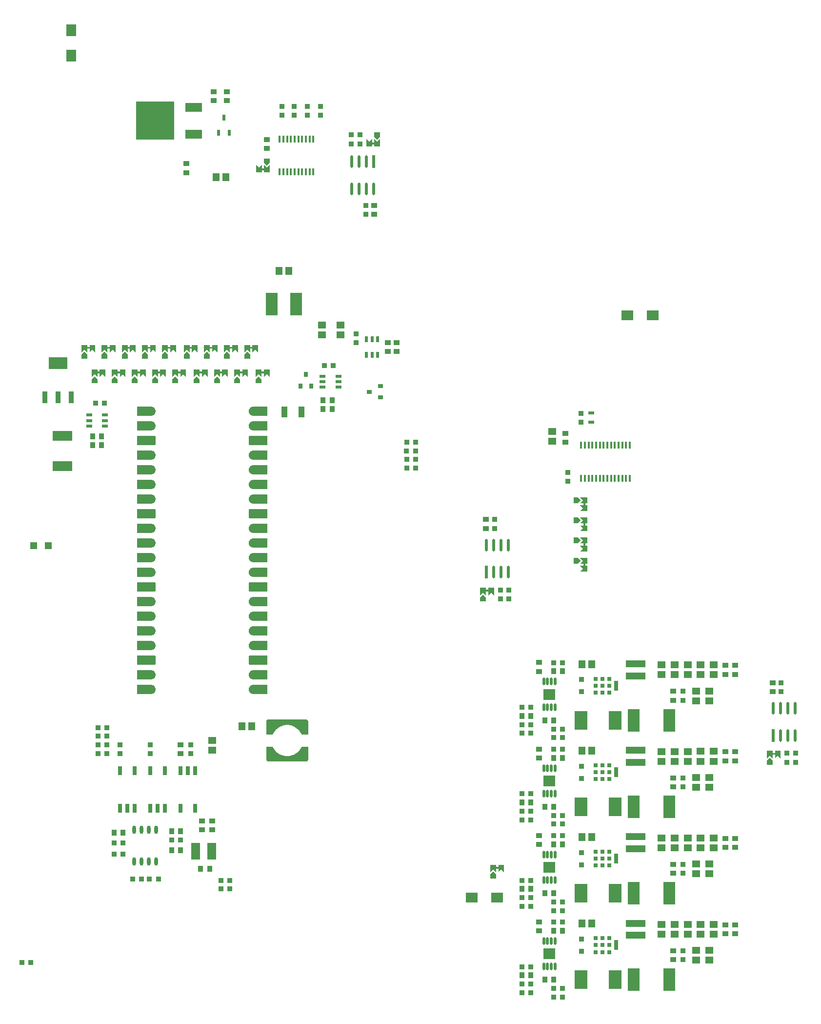
<source format=gtp>
G04*
G04 #@! TF.GenerationSoftware,Altium Limited,Altium Designer,25.8.1 (18)*
G04*
G04 Layer_Color=8421504*
%FSLAX25Y25*%
%MOIN*%
G70*
G04*
G04 #@! TF.SameCoordinates,F384F0F7-549D-428C-8488-93E715E2066E*
G04*
G04*
G04 #@! TF.FilePolarity,Positive*
G04*
G01*
G75*
%ADD21R,0.02362X0.03937*%
%ADD22R,0.03937X0.02362*%
%ADD23R,0.03937X0.02461*%
%ADD24R,0.02953X0.07087*%
%ADD25R,0.03150X0.03150*%
%ADD26R,0.03543X0.03543*%
%ADD27R,0.03543X0.03543*%
%ADD28R,0.03543X0.03543*%
%ADD29R,0.03543X0.03543*%
%ADD30R,0.03539X0.08278*%
%ADD31R,0.05000X0.05000*%
%ADD32R,0.02559X0.06496*%
%ADD33R,0.03937X0.03740*%
%ADD34R,0.03740X0.03937*%
G04:AMPARAMS|DCode=35|XSize=85.59mil|YSize=21.74mil|CornerRadius=10.87mil|HoleSize=0mil|Usage=FLASHONLY|Rotation=270.000|XOffset=0mil|YOffset=0mil|HoleType=Round|Shape=RoundedRectangle|*
%AMROUNDEDRECTD35*
21,1,0.08559,0.00000,0,0,270.0*
21,1,0.06386,0.02174,0,0,270.0*
1,1,0.02174,0.00000,-0.03193*
1,1,0.02174,0.00000,0.03193*
1,1,0.02174,0.00000,0.03193*
1,1,0.02174,0.00000,-0.03193*
%
%ADD35ROUNDEDRECTD35*%
%ADD36R,0.05709X0.04921*%
%ADD37R,0.03347X0.03543*%
G04:AMPARAMS|DCode=38|XSize=15.75mil|YSize=47.24mil|CornerRadius=1.97mil|HoleSize=0mil|Usage=FLASHONLY|Rotation=180.000|XOffset=0mil|YOffset=0mil|HoleType=Round|Shape=RoundedRectangle|*
%AMROUNDEDRECTD38*
21,1,0.01575,0.04331,0,0,180.0*
21,1,0.01181,0.04724,0,0,180.0*
1,1,0.00394,-0.00591,0.02165*
1,1,0.00394,0.00591,0.02165*
1,1,0.00394,0.00591,-0.02165*
1,1,0.00394,-0.00591,-0.02165*
%
%ADD38ROUNDEDRECTD38*%
%ADD39R,0.02362X0.04134*%
%ADD40R,0.26378X0.26378*%
%ADD41R,0.07087X0.08268*%
%ADD42R,0.04921X0.05709*%
%ADD43R,0.04134X0.02362*%
%ADD44R,0.08268X0.07087*%
%ADD45O,0.01968X0.05315*%
%ADD46R,0.07874X0.07402*%
%ADD47R,0.03543X0.03347*%
%ADD48R,0.03543X0.03150*%
%ADD49R,0.07874X0.15748*%
%ADD50R,0.08268X0.15748*%
%ADD51R,0.02174X0.08559*%
%ADD52R,0.13386X0.05118*%
%ADD53R,0.09055X0.12992*%
%ADD54R,0.03150X0.03543*%
%ADD55R,0.03543X0.08268*%
%ADD56R,0.12598X0.08268*%
%ADD57R,0.13780X0.07008*%
%ADD58R,0.06496X0.11811*%
%ADD59O,0.02362X0.05709*%
%ADD60R,0.03937X0.07480*%
%ADD61R,0.11811X0.06299*%
G36*
X141791Y632894D02*
X136240D01*
Y638445D01*
X141791D01*
Y632894D01*
D02*
G37*
G36*
X132106D02*
X126555D01*
Y638445D01*
X132106D01*
Y632894D01*
D02*
G37*
G36*
X122421D02*
X116870D01*
Y638445D01*
X122421D01*
Y632894D01*
D02*
G37*
G36*
X141791Y623209D02*
X136240D01*
Y628760D01*
X141791D01*
Y623209D01*
D02*
G37*
G36*
X132106D02*
X126555D01*
Y628760D01*
X132106D01*
Y623209D01*
D02*
G37*
G36*
X122421D02*
X116870D01*
Y628760D01*
X122421D01*
Y623209D01*
D02*
G37*
G36*
X141791Y613524D02*
X136240D01*
Y619075D01*
X141791D01*
Y613524D01*
D02*
G37*
G36*
X132106D02*
X126555D01*
Y619075D01*
X132106D01*
Y613524D01*
D02*
G37*
G36*
X122421D02*
X116870D01*
Y619075D01*
X122421D01*
Y613524D01*
D02*
G37*
G36*
X282980Y616634D02*
Y615162D01*
X282980Y615162D01*
X281012Y613194D01*
X281012D01*
X279043Y615162D01*
Y618012D01*
X282980D01*
X282980Y616634D01*
D02*
G37*
G36*
X282980Y608563D02*
X279043D01*
Y609946D01*
X277468D01*
Y608563D01*
X273532D01*
Y613775D01*
X275500Y611806D01*
X275500D01*
X277468Y613775D01*
Y611195D01*
X279043D01*
Y613775D01*
X281012Y611806D01*
X281012D01*
X282980Y613775D01*
Y608563D01*
D02*
G37*
G36*
X207677Y598819D02*
Y597347D01*
X207677Y597347D01*
X205709Y595379D01*
X205709D01*
X203740Y597347D01*
Y600197D01*
X207677D01*
X207677Y598819D01*
D02*
G37*
G36*
X207677Y590748D02*
X203740D01*
Y592131D01*
X202165D01*
Y590748D01*
X198228D01*
Y595960D01*
X200197Y593991D01*
X200197D01*
X202165Y595960D01*
Y593380D01*
X203740D01*
Y595960D01*
X205709Y593991D01*
X205709D01*
X207677Y595960D01*
Y590748D01*
D02*
G37*
G36*
X199606Y467721D02*
X197638Y469690D01*
X197638D01*
X195669Y467721D01*
Y470301D01*
X194095D01*
Y467721D01*
X192126Y469690D01*
X192126D01*
X190157Y467721D01*
Y472933D01*
X194095D01*
Y471550D01*
X195669D01*
Y472933D01*
X199606D01*
Y467721D01*
D02*
G37*
G36*
X185827D02*
X183858Y469690D01*
X183858D01*
X181890Y467721D01*
Y470301D01*
X180315D01*
Y467721D01*
X178347Y469690D01*
X178346D01*
X176378Y467721D01*
Y472933D01*
X180315D01*
Y471550D01*
X181890D01*
Y472933D01*
X185827D01*
Y467721D01*
D02*
G37*
G36*
X172047D02*
X170079Y469690D01*
X170079D01*
X168110Y467721D01*
Y470301D01*
X166535D01*
Y467721D01*
X164567Y469690D01*
X164567D01*
X162598Y467721D01*
Y472933D01*
X166535D01*
Y471550D01*
X168110D01*
Y472933D01*
X172047D01*
Y467721D01*
D02*
G37*
G36*
X158268D02*
X156299Y469690D01*
X156299D01*
X154331Y467721D01*
Y470301D01*
X152756D01*
Y467721D01*
X150787Y469690D01*
X150787D01*
X148819Y467721D01*
Y472933D01*
X152756D01*
Y471550D01*
X154331D01*
Y472933D01*
X158268D01*
Y467721D01*
D02*
G37*
G36*
X143504D02*
X141535Y469690D01*
X141535D01*
X139567Y467721D01*
Y470301D01*
X137992D01*
Y467721D01*
X136024Y469690D01*
X136024D01*
X134055Y467721D01*
Y472933D01*
X137992D01*
Y471550D01*
X139567D01*
Y472933D01*
X143504D01*
Y467721D01*
D02*
G37*
G36*
X129724D02*
X127756Y469690D01*
X127756D01*
X125787Y467721D01*
Y470301D01*
X124213D01*
Y467721D01*
X122244Y469690D01*
X122244D01*
X120276Y467721D01*
Y472933D01*
X124213D01*
Y471550D01*
X125787D01*
Y472933D01*
X129724D01*
Y467721D01*
D02*
G37*
G36*
X115945D02*
X113976Y469690D01*
X113976D01*
X112008Y467721D01*
Y470301D01*
X110433D01*
Y467721D01*
X108465Y469690D01*
X108465D01*
X106496Y467721D01*
Y472933D01*
X110433D01*
Y471550D01*
X112008D01*
Y472933D01*
X115945D01*
Y467721D01*
D02*
G37*
G36*
X102165D02*
X100197Y469690D01*
X100197D01*
X98228Y467721D01*
Y470301D01*
X96653D01*
Y467721D01*
X94685Y469690D01*
X94685D01*
X92716Y467721D01*
Y472933D01*
X96653D01*
Y471550D01*
X98228D01*
Y472933D01*
X102165D01*
Y467721D01*
D02*
G37*
G36*
X88386D02*
X86417Y469690D01*
X86417D01*
X84449Y467721D01*
Y470301D01*
X82874D01*
Y467721D01*
X80905Y469690D01*
X80905D01*
X78937Y467721D01*
Y472933D01*
X82874D01*
Y471550D01*
X84449D01*
Y472933D01*
X88386D01*
Y467721D01*
D02*
G37*
G36*
X194095Y466334D02*
Y463484D01*
X190157D01*
X190157Y464862D01*
Y466334D01*
X190157Y466334D01*
X192126Y468302D01*
X192126D01*
X194095Y466334D01*
D02*
G37*
G36*
X180315D02*
Y463484D01*
X176378D01*
X176378Y464862D01*
Y466334D01*
X176378Y466334D01*
X178347Y468302D01*
X178347D01*
X180315Y466334D01*
D02*
G37*
G36*
X166535D02*
Y463484D01*
X162598D01*
X162598Y464862D01*
Y466334D01*
X162598Y466334D01*
X164567Y468302D01*
X164567D01*
X166535Y466334D01*
D02*
G37*
G36*
X152756D02*
Y463484D01*
X148819D01*
X148819Y464862D01*
Y466334D01*
X148819Y466334D01*
X150787Y468302D01*
X150787D01*
X152756Y466334D01*
D02*
G37*
G36*
X137992D02*
Y463484D01*
X134055D01*
X134055Y464862D01*
Y466334D01*
X134055Y466334D01*
X136024Y468302D01*
X136024D01*
X137992Y466334D01*
D02*
G37*
G36*
X124213D02*
Y463484D01*
X120276D01*
X120276Y464862D01*
Y466334D01*
X120276Y466334D01*
X122244Y468302D01*
X122244D01*
X124213Y466334D01*
D02*
G37*
G36*
X110433D02*
Y463484D01*
X106496D01*
X106496Y464862D01*
Y466334D01*
X106496Y466334D01*
X108465Y468302D01*
X108465D01*
X110433Y466334D01*
D02*
G37*
G36*
X96653D02*
Y463484D01*
X92716D01*
X92716Y464862D01*
Y466334D01*
X92716Y466334D01*
X94685Y468302D01*
X94685D01*
X96653Y466334D01*
D02*
G37*
G36*
X82874D02*
Y463484D01*
X78937D01*
X78937Y464862D01*
Y466334D01*
X78937Y466334D01*
X80905Y468302D01*
X80905D01*
X82874Y466334D01*
D02*
G37*
G36*
X207480Y450989D02*
X205512Y452957D01*
X205512D01*
X203543Y450989D01*
Y453569D01*
X201969D01*
Y450989D01*
X200000Y452957D01*
X200000D01*
X198031Y450989D01*
Y456201D01*
X201969D01*
Y454817D01*
X203543D01*
Y456201D01*
X207480D01*
Y450989D01*
D02*
G37*
G36*
X192717D02*
X190748Y452957D01*
X190748D01*
X188779Y450989D01*
Y453569D01*
X187205D01*
Y450989D01*
X185236Y452957D01*
X185236D01*
X183268Y450989D01*
Y456201D01*
X187205D01*
Y454817D01*
X188779D01*
Y456201D01*
X192717D01*
Y450989D01*
D02*
G37*
G36*
X178937D02*
X176969Y452957D01*
X176969D01*
X175000Y450989D01*
Y453569D01*
X173425D01*
Y450989D01*
X171457Y452957D01*
X171457D01*
X169488Y450989D01*
Y456201D01*
X173425D01*
Y454817D01*
X175000D01*
Y456201D01*
X178937D01*
Y450989D01*
D02*
G37*
G36*
X165157D02*
X163189Y452957D01*
X163189D01*
X161221Y450989D01*
Y453569D01*
X159646D01*
Y450989D01*
X157677Y452957D01*
X157677D01*
X155709Y450989D01*
Y456201D01*
X159646D01*
Y454817D01*
X161221D01*
Y456201D01*
X165157D01*
Y450989D01*
D02*
G37*
G36*
X150394D02*
X148425Y452957D01*
X148425D01*
X146457Y450989D01*
Y453569D01*
X144882D01*
Y450989D01*
X142913Y452957D01*
X142913D01*
X140945Y450989D01*
Y456201D01*
X144882D01*
Y454817D01*
X146457D01*
Y456201D01*
X150394D01*
Y450989D01*
D02*
G37*
G36*
X136614D02*
X134646Y452957D01*
X134646D01*
X132677Y450989D01*
Y453569D01*
X131102D01*
Y450989D01*
X129134Y452957D01*
X129134D01*
X127165Y450989D01*
Y456201D01*
X131102D01*
Y454817D01*
X132677D01*
Y456201D01*
X136614D01*
Y450989D01*
D02*
G37*
G36*
X122835D02*
X120866Y452957D01*
X120866D01*
X118898Y450989D01*
Y453569D01*
X117323D01*
Y450989D01*
X115354Y452957D01*
X115354D01*
X113386Y450989D01*
Y456201D01*
X117323D01*
Y454817D01*
X118898D01*
Y456201D01*
X122835D01*
Y450989D01*
D02*
G37*
G36*
X109055D02*
X107087Y452957D01*
X107087D01*
X105118Y450989D01*
Y453569D01*
X103543D01*
Y450989D01*
X101575Y452957D01*
X101575D01*
X99606Y450989D01*
Y456201D01*
X103543D01*
Y454817D01*
X105118D01*
Y456201D01*
X109055D01*
Y450989D01*
D02*
G37*
G36*
X95276D02*
X93307Y452957D01*
X93307D01*
X91339Y450989D01*
Y453569D01*
X89764D01*
Y450989D01*
X87795Y452957D01*
X87795D01*
X85827Y450989D01*
Y456201D01*
X89764D01*
Y454817D01*
X91339D01*
Y456201D01*
X95276D01*
Y450989D01*
D02*
G37*
G36*
X201969Y449602D02*
Y446752D01*
X198031D01*
X198031Y448130D01*
Y449602D01*
X198031Y449602D01*
X200000Y451570D01*
X200000D01*
X201969Y449602D01*
D02*
G37*
G36*
X187205D02*
Y446752D01*
X183268D01*
X183268Y448130D01*
Y449602D01*
X183268Y449602D01*
X185236Y451570D01*
X185236D01*
X187205Y449602D01*
D02*
G37*
G36*
X173425D02*
Y446752D01*
X169488D01*
X169488Y448130D01*
Y449602D01*
X169488Y449602D01*
X171457Y451570D01*
X171457D01*
X173425Y449602D01*
D02*
G37*
G36*
X159646D02*
Y446752D01*
X155709D01*
X155709Y448130D01*
Y449602D01*
X155709Y449602D01*
X157677Y451570D01*
X157677D01*
X159646Y449602D01*
D02*
G37*
G36*
X144882D02*
Y446752D01*
X140945D01*
X140945Y448130D01*
Y449602D01*
X140945Y449602D01*
X142913Y451570D01*
X142913D01*
X144882Y449602D01*
D02*
G37*
G36*
X131102D02*
Y446752D01*
X127165D01*
X127165Y448130D01*
Y449602D01*
X127165Y449602D01*
X129134Y451570D01*
X129134D01*
X131102Y449602D01*
D02*
G37*
G36*
X117323D02*
Y446752D01*
X113386D01*
X113386Y448130D01*
Y449602D01*
X113386Y449602D01*
X115354Y451570D01*
X115354D01*
X117323Y449602D01*
D02*
G37*
G36*
X103543D02*
Y446752D01*
X99606D01*
X99606Y448130D01*
Y449602D01*
X99606Y449602D01*
X101575Y451570D01*
X101575D01*
X103543Y449602D01*
D02*
G37*
G36*
X89764D02*
Y446752D01*
X85827D01*
X85827Y448130D01*
Y449602D01*
X85827Y449602D01*
X87795Y451570D01*
X87795D01*
X89764Y449602D01*
D02*
G37*
G36*
X205866Y424528D02*
X196417D01*
X196252Y424532D01*
X196087Y424543D01*
X195925Y424567D01*
X195764Y424594D01*
X195602Y424634D01*
X195445Y424681D01*
X195287Y424736D01*
X195138Y424799D01*
X194988Y424870D01*
X194843Y424949D01*
X194701Y425035D01*
X194567Y425130D01*
X194437Y425228D01*
X194311Y425335D01*
X194189Y425449D01*
X194075Y425571D01*
X193968Y425697D01*
X193870Y425827D01*
X193776Y425961D01*
X193689Y426102D01*
X193610Y426248D01*
X193539Y426398D01*
X193476Y426547D01*
X193421Y426705D01*
X193374Y426862D01*
X193335Y427024D01*
X193307Y427185D01*
X193283Y427347D01*
X193272Y427512D01*
X193268Y427677D01*
X193272Y427843D01*
X193283Y428008D01*
X193307Y428169D01*
X193335Y428331D01*
X193374Y428492D01*
X193421Y428650D01*
X193476Y428807D01*
X193539Y428957D01*
X193610Y429106D01*
X193689Y429252D01*
X193776Y429394D01*
X193870Y429528D01*
X193968Y429658D01*
X194075Y429783D01*
X194189Y429906D01*
X194311Y430020D01*
X194437Y430126D01*
X194567Y430224D01*
X194701Y430319D01*
X194843Y430406D01*
X194988Y430484D01*
X195138Y430555D01*
X195287Y430618D01*
X195445Y430673D01*
X195602Y430721D01*
X195764Y430760D01*
X195925Y430787D01*
X196087Y430811D01*
X196252Y430823D01*
X196417Y430827D01*
X205866D01*
Y424528D01*
D02*
G37*
G36*
X126583Y430823D02*
X126748Y430811D01*
X126909Y430787D01*
X127071Y430760D01*
X127232Y430721D01*
X127390Y430673D01*
X127547Y430618D01*
X127697Y430555D01*
X127846Y430484D01*
X127992Y430406D01*
X128134Y430319D01*
X128268Y430224D01*
X128398Y430126D01*
X128524Y430020D01*
X128646Y429906D01*
X128760Y429783D01*
X128866Y429658D01*
X128965Y429528D01*
X129059Y429394D01*
X129146Y429252D01*
X129224Y429106D01*
X129295Y428957D01*
X129358Y428807D01*
X129413Y428650D01*
X129461Y428492D01*
X129500Y428331D01*
X129527Y428169D01*
X129551Y428008D01*
X129563Y427843D01*
X129567Y427677D01*
X129563Y427512D01*
X129551Y427347D01*
X129527Y427185D01*
X129500Y427024D01*
X129461Y426862D01*
X129413Y426705D01*
X129358Y426547D01*
X129295Y426398D01*
X129224Y426248D01*
X129146Y426102D01*
X129059Y425961D01*
X128965Y425827D01*
X128866Y425697D01*
X128760Y425571D01*
X128646Y425449D01*
X128524Y425335D01*
X128398Y425228D01*
X128268Y425130D01*
X128134Y425035D01*
X127992Y424949D01*
X127846Y424870D01*
X127697Y424799D01*
X127547Y424736D01*
X127390Y424681D01*
X127232Y424634D01*
X127071Y424594D01*
X126909Y424567D01*
X126748Y424543D01*
X126583Y424532D01*
X126417Y424528D01*
X116969D01*
Y430827D01*
X126417D01*
X126583Y430823D01*
D02*
G37*
G36*
X205866Y414528D02*
X196417D01*
X196252Y414532D01*
X196087Y414543D01*
X195925Y414567D01*
X195764Y414595D01*
X195602Y414634D01*
X195445Y414681D01*
X195287Y414736D01*
X195138Y414799D01*
X194988Y414870D01*
X194843Y414949D01*
X194701Y415035D01*
X194567Y415130D01*
X194437Y415228D01*
X194311Y415335D01*
X194189Y415449D01*
X194075Y415571D01*
X193968Y415697D01*
X193870Y415827D01*
X193776Y415961D01*
X193689Y416102D01*
X193610Y416248D01*
X193539Y416398D01*
X193476Y416547D01*
X193421Y416705D01*
X193374Y416862D01*
X193335Y417024D01*
X193307Y417185D01*
X193283Y417346D01*
X193272Y417512D01*
X193268Y417677D01*
X193272Y417842D01*
X193283Y418008D01*
X193307Y418169D01*
X193335Y418331D01*
X193374Y418492D01*
X193421Y418650D01*
X193476Y418807D01*
X193539Y418957D01*
X193610Y419106D01*
X193689Y419252D01*
X193776Y419394D01*
X193870Y419528D01*
X193968Y419658D01*
X194075Y419783D01*
X194189Y419906D01*
X194311Y420020D01*
X194437Y420126D01*
X194567Y420224D01*
X194701Y420319D01*
X194843Y420405D01*
X194988Y420484D01*
X195138Y420555D01*
X195287Y420618D01*
X195445Y420673D01*
X195602Y420720D01*
X195764Y420760D01*
X195925Y420787D01*
X196087Y420811D01*
X196252Y420823D01*
X196417Y420827D01*
X205866D01*
Y414528D01*
D02*
G37*
G36*
X126583Y420823D02*
X126748Y420811D01*
X126909Y420787D01*
X127071Y420760D01*
X127232Y420720D01*
X127390Y420673D01*
X127547Y420618D01*
X127697Y420555D01*
X127846Y420484D01*
X127992Y420405D01*
X128134Y420319D01*
X128268Y420224D01*
X128398Y420126D01*
X128524Y420020D01*
X128646Y419906D01*
X128760Y419783D01*
X128866Y419658D01*
X128965Y419528D01*
X129059Y419394D01*
X129146Y419252D01*
X129224Y419106D01*
X129295Y418957D01*
X129358Y418807D01*
X129413Y418650D01*
X129461Y418492D01*
X129500Y418331D01*
X129527Y418169D01*
X129551Y418008D01*
X129563Y417842D01*
X129567Y417677D01*
X129563Y417512D01*
X129551Y417346D01*
X129527Y417185D01*
X129500Y417024D01*
X129461Y416862D01*
X129413Y416705D01*
X129358Y416547D01*
X129295Y416398D01*
X129224Y416248D01*
X129146Y416102D01*
X129059Y415961D01*
X128965Y415827D01*
X128866Y415697D01*
X128760Y415571D01*
X128646Y415449D01*
X128524Y415335D01*
X128398Y415228D01*
X128268Y415130D01*
X128134Y415035D01*
X127992Y414949D01*
X127846Y414870D01*
X127697Y414799D01*
X127547Y414736D01*
X127390Y414681D01*
X127232Y414634D01*
X127071Y414595D01*
X126909Y414567D01*
X126748Y414543D01*
X126583Y414532D01*
X126417Y414528D01*
X116969D01*
Y420827D01*
X126417D01*
X126583Y420823D01*
D02*
G37*
G36*
X205866Y404528D02*
X194016D01*
X193972Y404531D01*
X193933Y404535D01*
X193890Y404543D01*
X193850Y404555D01*
X193811Y404567D01*
X193772Y404579D01*
X193736Y404595D01*
X193697Y404614D01*
X193661Y404634D01*
X193626Y404654D01*
X193590Y404677D01*
X193559Y404705D01*
X193527Y404728D01*
X193500Y404760D01*
X193468Y404787D01*
X193445Y404819D01*
X193417Y404850D01*
X193394Y404886D01*
X193374Y404921D01*
X193354Y404957D01*
X193335Y404996D01*
X193319Y405031D01*
X193307Y405071D01*
X193295Y405110D01*
X193283Y405150D01*
X193276Y405193D01*
X193272Y405232D01*
X193268Y405276D01*
Y405315D01*
Y410039D01*
Y410079D01*
X193272Y410122D01*
X193276Y410161D01*
X193283Y410205D01*
X193295Y410244D01*
X193307Y410284D01*
X193319Y410323D01*
X193335Y410358D01*
X193354Y410398D01*
X193374Y410433D01*
X193394Y410468D01*
X193417Y410504D01*
X193445Y410535D01*
X193468Y410567D01*
X193500Y410595D01*
X193527Y410626D01*
X193559Y410650D01*
X193590Y410677D01*
X193626Y410701D01*
X193661Y410720D01*
X193697Y410740D01*
X193736Y410760D01*
X193772Y410776D01*
X193811Y410787D01*
X193850Y410799D01*
X193890Y410811D01*
X193933Y410819D01*
X193972Y410823D01*
X194016Y410827D01*
X205866D01*
Y404528D01*
D02*
G37*
G36*
X128862Y410823D02*
X128902Y410819D01*
X128945Y410811D01*
X128984Y410799D01*
X129024Y410787D01*
X129063Y410776D01*
X129098Y410760D01*
X129138Y410740D01*
X129173Y410720D01*
X129209Y410701D01*
X129244Y410677D01*
X129276Y410650D01*
X129307Y410626D01*
X129335Y410595D01*
X129366Y410567D01*
X129390Y410535D01*
X129417Y410504D01*
X129441Y410468D01*
X129461Y410433D01*
X129480Y410398D01*
X129500Y410358D01*
X129516Y410323D01*
X129527Y410284D01*
X129539Y410244D01*
X129551Y410205D01*
X129559Y410161D01*
X129563Y410122D01*
X129567Y410079D01*
Y410039D01*
Y405315D01*
Y405276D01*
X129563Y405232D01*
X129559Y405193D01*
X129551Y405150D01*
X129539Y405110D01*
X129527Y405071D01*
X129516Y405031D01*
X129500Y404996D01*
X129480Y404957D01*
X129461Y404921D01*
X129441Y404886D01*
X129417Y404850D01*
X129390Y404819D01*
X129366Y404787D01*
X129335Y404760D01*
X129307Y404728D01*
X129276Y404705D01*
X129244Y404677D01*
X129209Y404654D01*
X129173Y404634D01*
X129138Y404614D01*
X129098Y404595D01*
X129063Y404579D01*
X129024Y404567D01*
X128984Y404555D01*
X128945Y404543D01*
X128902Y404535D01*
X128862Y404531D01*
X128819Y404528D01*
X116969D01*
Y410827D01*
X128819D01*
X128862Y410823D01*
D02*
G37*
G36*
X205866Y394528D02*
X196417D01*
X196252Y394531D01*
X196087Y394543D01*
X195925Y394567D01*
X195764Y394595D01*
X195602Y394634D01*
X195445Y394681D01*
X195287Y394736D01*
X195138Y394799D01*
X194988Y394870D01*
X194843Y394949D01*
X194701Y395035D01*
X194567Y395130D01*
X194437Y395228D01*
X194311Y395335D01*
X194189Y395449D01*
X194075Y395571D01*
X193968Y395697D01*
X193870Y395827D01*
X193776Y395961D01*
X193689Y396102D01*
X193610Y396248D01*
X193539Y396398D01*
X193476Y396547D01*
X193421Y396705D01*
X193374Y396862D01*
X193335Y397024D01*
X193307Y397185D01*
X193283Y397346D01*
X193272Y397512D01*
X193268Y397677D01*
X193272Y397843D01*
X193283Y398008D01*
X193307Y398169D01*
X193335Y398331D01*
X193374Y398492D01*
X193421Y398650D01*
X193476Y398807D01*
X193539Y398957D01*
X193610Y399106D01*
X193689Y399252D01*
X193776Y399394D01*
X193870Y399528D01*
X193968Y399658D01*
X194075Y399783D01*
X194189Y399905D01*
X194311Y400020D01*
X194437Y400126D01*
X194567Y400224D01*
X194701Y400319D01*
X194843Y400406D01*
X194988Y400484D01*
X195138Y400555D01*
X195287Y400618D01*
X195445Y400673D01*
X195602Y400721D01*
X195764Y400760D01*
X195925Y400787D01*
X196087Y400811D01*
X196252Y400823D01*
X196417Y400827D01*
X205866D01*
Y394528D01*
D02*
G37*
G36*
X126583Y400823D02*
X126748Y400811D01*
X126909Y400787D01*
X127071Y400760D01*
X127232Y400721D01*
X127390Y400673D01*
X127547Y400618D01*
X127697Y400555D01*
X127846Y400484D01*
X127992Y400406D01*
X128134Y400319D01*
X128268Y400224D01*
X128398Y400126D01*
X128524Y400020D01*
X128646Y399905D01*
X128760Y399783D01*
X128866Y399658D01*
X128965Y399528D01*
X129059Y399394D01*
X129146Y399252D01*
X129224Y399106D01*
X129295Y398957D01*
X129358Y398807D01*
X129413Y398650D01*
X129461Y398492D01*
X129500Y398331D01*
X129527Y398169D01*
X129551Y398008D01*
X129563Y397843D01*
X129567Y397677D01*
X129563Y397512D01*
X129551Y397346D01*
X129527Y397185D01*
X129500Y397024D01*
X129461Y396862D01*
X129413Y396705D01*
X129358Y396547D01*
X129295Y396398D01*
X129224Y396248D01*
X129146Y396102D01*
X129059Y395961D01*
X128965Y395827D01*
X128866Y395697D01*
X128760Y395571D01*
X128646Y395449D01*
X128524Y395335D01*
X128398Y395228D01*
X128268Y395130D01*
X128134Y395035D01*
X127992Y394949D01*
X127846Y394870D01*
X127697Y394799D01*
X127547Y394736D01*
X127390Y394681D01*
X127232Y394634D01*
X127071Y394595D01*
X126909Y394567D01*
X126748Y394543D01*
X126583Y394531D01*
X126417Y394528D01*
X116969D01*
Y400827D01*
X126417D01*
X126583Y400823D01*
D02*
G37*
G36*
X205866Y384528D02*
X196417D01*
X196252Y384531D01*
X196087Y384543D01*
X195925Y384567D01*
X195764Y384594D01*
X195602Y384634D01*
X195445Y384681D01*
X195287Y384736D01*
X195138Y384799D01*
X194988Y384870D01*
X194843Y384949D01*
X194701Y385035D01*
X194567Y385130D01*
X194437Y385228D01*
X194311Y385335D01*
X194189Y385449D01*
X194075Y385571D01*
X193968Y385697D01*
X193870Y385827D01*
X193776Y385961D01*
X193689Y386102D01*
X193610Y386248D01*
X193539Y386398D01*
X193476Y386547D01*
X193421Y386705D01*
X193374Y386862D01*
X193335Y387024D01*
X193307Y387185D01*
X193283Y387347D01*
X193272Y387512D01*
X193268Y387677D01*
X193272Y387842D01*
X193283Y388008D01*
X193307Y388169D01*
X193335Y388331D01*
X193374Y388492D01*
X193421Y388650D01*
X193476Y388807D01*
X193539Y388957D01*
X193610Y389106D01*
X193689Y389252D01*
X193776Y389394D01*
X193870Y389528D01*
X193968Y389657D01*
X194075Y389784D01*
X194189Y389906D01*
X194311Y390020D01*
X194437Y390126D01*
X194567Y390224D01*
X194701Y390319D01*
X194843Y390406D01*
X194988Y390484D01*
X195138Y390555D01*
X195287Y390618D01*
X195445Y390673D01*
X195602Y390721D01*
X195764Y390760D01*
X195925Y390787D01*
X196087Y390811D01*
X196252Y390823D01*
X196417Y390827D01*
X205866D01*
Y384528D01*
D02*
G37*
G36*
X126583Y390823D02*
X126748Y390811D01*
X126909Y390787D01*
X127071Y390760D01*
X127232Y390721D01*
X127390Y390673D01*
X127547Y390618D01*
X127697Y390555D01*
X127846Y390484D01*
X127992Y390406D01*
X128134Y390319D01*
X128268Y390224D01*
X128398Y390126D01*
X128524Y390020D01*
X128646Y389906D01*
X128760Y389784D01*
X128866Y389657D01*
X128965Y389528D01*
X129059Y389394D01*
X129146Y389252D01*
X129224Y389106D01*
X129295Y388957D01*
X129358Y388807D01*
X129413Y388650D01*
X129461Y388492D01*
X129500Y388331D01*
X129527Y388169D01*
X129551Y388008D01*
X129563Y387842D01*
X129567Y387677D01*
X129563Y387512D01*
X129551Y387347D01*
X129527Y387185D01*
X129500Y387024D01*
X129461Y386862D01*
X129413Y386705D01*
X129358Y386547D01*
X129295Y386398D01*
X129224Y386248D01*
X129146Y386102D01*
X129059Y385961D01*
X128965Y385827D01*
X128866Y385697D01*
X128760Y385571D01*
X128646Y385449D01*
X128524Y385335D01*
X128398Y385228D01*
X128268Y385130D01*
X128134Y385035D01*
X127992Y384949D01*
X127846Y384870D01*
X127697Y384799D01*
X127547Y384736D01*
X127390Y384681D01*
X127232Y384634D01*
X127071Y384594D01*
X126909Y384567D01*
X126748Y384543D01*
X126583Y384531D01*
X126417Y384528D01*
X116969D01*
Y390827D01*
X126417D01*
X126583Y390823D01*
D02*
G37*
G36*
X205866Y374528D02*
X196417D01*
X196252Y374532D01*
X196087Y374543D01*
X195925Y374567D01*
X195764Y374594D01*
X195602Y374634D01*
X195445Y374681D01*
X195287Y374736D01*
X195138Y374799D01*
X194988Y374870D01*
X194843Y374949D01*
X194701Y375035D01*
X194567Y375130D01*
X194437Y375228D01*
X194311Y375335D01*
X194189Y375449D01*
X194075Y375571D01*
X193968Y375697D01*
X193870Y375827D01*
X193776Y375961D01*
X193689Y376102D01*
X193610Y376248D01*
X193539Y376398D01*
X193476Y376547D01*
X193421Y376705D01*
X193374Y376862D01*
X193335Y377024D01*
X193307Y377185D01*
X193283Y377346D01*
X193272Y377512D01*
X193268Y377677D01*
X193272Y377842D01*
X193283Y378008D01*
X193307Y378169D01*
X193335Y378331D01*
X193374Y378492D01*
X193421Y378650D01*
X193476Y378807D01*
X193539Y378957D01*
X193610Y379106D01*
X193689Y379252D01*
X193776Y379394D01*
X193870Y379528D01*
X193968Y379658D01*
X194075Y379784D01*
X194189Y379906D01*
X194311Y380020D01*
X194437Y380126D01*
X194567Y380224D01*
X194701Y380319D01*
X194843Y380405D01*
X194988Y380484D01*
X195138Y380555D01*
X195287Y380618D01*
X195445Y380673D01*
X195602Y380720D01*
X195764Y380760D01*
X195925Y380787D01*
X196087Y380811D01*
X196252Y380823D01*
X196417Y380827D01*
X205866D01*
Y374528D01*
D02*
G37*
G36*
X126583Y380823D02*
X126748Y380811D01*
X126909Y380787D01*
X127071Y380760D01*
X127232Y380720D01*
X127390Y380673D01*
X127547Y380618D01*
X127697Y380555D01*
X127846Y380484D01*
X127992Y380405D01*
X128134Y380319D01*
X128268Y380224D01*
X128398Y380126D01*
X128524Y380020D01*
X128646Y379906D01*
X128760Y379784D01*
X128866Y379658D01*
X128965Y379528D01*
X129059Y379394D01*
X129146Y379252D01*
X129224Y379106D01*
X129295Y378957D01*
X129358Y378807D01*
X129413Y378650D01*
X129461Y378492D01*
X129500Y378331D01*
X129527Y378169D01*
X129551Y378008D01*
X129563Y377842D01*
X129567Y377677D01*
X129563Y377512D01*
X129551Y377346D01*
X129527Y377185D01*
X129500Y377024D01*
X129461Y376862D01*
X129413Y376705D01*
X129358Y376547D01*
X129295Y376398D01*
X129224Y376248D01*
X129146Y376102D01*
X129059Y375961D01*
X128965Y375827D01*
X128866Y375697D01*
X128760Y375571D01*
X128646Y375449D01*
X128524Y375335D01*
X128398Y375228D01*
X128268Y375130D01*
X128134Y375035D01*
X127992Y374949D01*
X127846Y374870D01*
X127697Y374799D01*
X127547Y374736D01*
X127390Y374681D01*
X127232Y374634D01*
X127071Y374594D01*
X126909Y374567D01*
X126748Y374543D01*
X126583Y374532D01*
X126417Y374528D01*
X116969D01*
Y380827D01*
X126417D01*
X126583Y380823D01*
D02*
G37*
G36*
X420074Y366929D02*
Y366929D01*
X418106Y364961D01*
X415256D01*
Y368898D01*
X416634Y368898D01*
X418106D01*
X418106Y368898D01*
X420074Y366929D01*
D02*
G37*
G36*
X205866Y364528D02*
X196417D01*
X196252Y364531D01*
X196087Y364543D01*
X195925Y364567D01*
X195764Y364595D01*
X195602Y364634D01*
X195445Y364681D01*
X195287Y364736D01*
X195138Y364799D01*
X194988Y364870D01*
X194843Y364949D01*
X194701Y365035D01*
X194567Y365130D01*
X194437Y365228D01*
X194311Y365335D01*
X194189Y365449D01*
X194075Y365571D01*
X193968Y365697D01*
X193870Y365827D01*
X193776Y365961D01*
X193689Y366102D01*
X193610Y366248D01*
X193539Y366398D01*
X193476Y366547D01*
X193421Y366705D01*
X193374Y366862D01*
X193335Y367024D01*
X193307Y367185D01*
X193283Y367347D01*
X193272Y367512D01*
X193268Y367677D01*
X193272Y367843D01*
X193283Y368008D01*
X193307Y368169D01*
X193335Y368331D01*
X193374Y368492D01*
X193421Y368650D01*
X193476Y368807D01*
X193539Y368957D01*
X193610Y369106D01*
X193689Y369252D01*
X193776Y369394D01*
X193870Y369528D01*
X193968Y369657D01*
X194075Y369783D01*
X194189Y369905D01*
X194311Y370020D01*
X194437Y370126D01*
X194567Y370224D01*
X194701Y370319D01*
X194843Y370406D01*
X194988Y370484D01*
X195138Y370555D01*
X195287Y370618D01*
X195445Y370673D01*
X195602Y370721D01*
X195764Y370760D01*
X195925Y370787D01*
X196087Y370811D01*
X196252Y370823D01*
X196417Y370827D01*
X205866D01*
Y364528D01*
D02*
G37*
G36*
X126583Y370823D02*
X126748Y370811D01*
X126909Y370787D01*
X127071Y370760D01*
X127232Y370721D01*
X127390Y370673D01*
X127547Y370618D01*
X127697Y370555D01*
X127846Y370484D01*
X127992Y370406D01*
X128134Y370319D01*
X128268Y370224D01*
X128398Y370126D01*
X128524Y370020D01*
X128646Y369905D01*
X128760Y369783D01*
X128866Y369657D01*
X128965Y369528D01*
X129059Y369394D01*
X129146Y369252D01*
X129224Y369106D01*
X129295Y368957D01*
X129358Y368807D01*
X129413Y368650D01*
X129461Y368492D01*
X129500Y368331D01*
X129527Y368169D01*
X129551Y368008D01*
X129563Y367843D01*
X129567Y367677D01*
X129563Y367512D01*
X129551Y367347D01*
X129527Y367185D01*
X129500Y367024D01*
X129461Y366862D01*
X129413Y366705D01*
X129358Y366547D01*
X129295Y366398D01*
X129224Y366248D01*
X129146Y366102D01*
X129059Y365961D01*
X128965Y365827D01*
X128866Y365697D01*
X128760Y365571D01*
X128646Y365449D01*
X128524Y365335D01*
X128398Y365228D01*
X128268Y365130D01*
X128134Y365035D01*
X127992Y364949D01*
X127846Y364870D01*
X127697Y364799D01*
X127547Y364736D01*
X127390Y364681D01*
X127232Y364634D01*
X127071Y364595D01*
X126909Y364567D01*
X126748Y364543D01*
X126583Y364531D01*
X126417Y364528D01*
X116969D01*
Y370827D01*
X126417D01*
X126583Y370823D01*
D02*
G37*
G36*
X424705Y364961D02*
X423321D01*
Y363386D01*
X424705D01*
Y359449D01*
X419493D01*
X421461Y361417D01*
Y361417D01*
X419493Y363386D01*
X422073D01*
Y364961D01*
X419493D01*
X421461Y366929D01*
Y366929D01*
X419493Y368898D01*
X424705D01*
Y364961D01*
D02*
G37*
G36*
X420074Y353150D02*
Y353150D01*
X418106Y351181D01*
X415256D01*
Y355118D01*
X416634Y355118D01*
X418106D01*
X418106Y355118D01*
X420074Y353150D01*
D02*
G37*
G36*
X205866Y354528D02*
X194016D01*
X193972Y354532D01*
X193933Y354535D01*
X193890Y354543D01*
X193850Y354555D01*
X193811Y354567D01*
X193772Y354579D01*
X193736Y354594D01*
X193697Y354614D01*
X193661Y354634D01*
X193626Y354654D01*
X193590Y354677D01*
X193559Y354705D01*
X193527Y354728D01*
X193500Y354760D01*
X193468Y354787D01*
X193445Y354819D01*
X193417Y354850D01*
X193394Y354886D01*
X193374Y354921D01*
X193354Y354957D01*
X193335Y354996D01*
X193319Y355031D01*
X193307Y355071D01*
X193295Y355110D01*
X193283Y355150D01*
X193276Y355193D01*
X193272Y355232D01*
X193268Y355276D01*
Y355315D01*
Y360039D01*
Y360079D01*
X193272Y360122D01*
X193276Y360161D01*
X193283Y360205D01*
X193295Y360244D01*
X193307Y360283D01*
X193319Y360323D01*
X193335Y360358D01*
X193354Y360398D01*
X193374Y360433D01*
X193394Y360469D01*
X193417Y360504D01*
X193445Y360535D01*
X193468Y360567D01*
X193500Y360595D01*
X193527Y360626D01*
X193559Y360650D01*
X193590Y360677D01*
X193626Y360701D01*
X193661Y360720D01*
X193697Y360740D01*
X193736Y360760D01*
X193772Y360776D01*
X193811Y360787D01*
X193850Y360799D01*
X193890Y360811D01*
X193933Y360819D01*
X193972Y360823D01*
X194016Y360827D01*
X205866D01*
Y354528D01*
D02*
G37*
G36*
X128862Y360823D02*
X128902Y360819D01*
X128945Y360811D01*
X128984Y360799D01*
X129024Y360787D01*
X129063Y360776D01*
X129098Y360760D01*
X129138Y360740D01*
X129173Y360720D01*
X129209Y360701D01*
X129244Y360677D01*
X129276Y360650D01*
X129307Y360626D01*
X129335Y360595D01*
X129366Y360567D01*
X129390Y360535D01*
X129417Y360504D01*
X129441Y360469D01*
X129461Y360433D01*
X129480Y360398D01*
X129500Y360358D01*
X129516Y360323D01*
X129527Y360283D01*
X129539Y360244D01*
X129551Y360205D01*
X129559Y360161D01*
X129563Y360122D01*
X129567Y360079D01*
Y360039D01*
Y355315D01*
Y355276D01*
X129563Y355232D01*
X129559Y355193D01*
X129551Y355150D01*
X129539Y355110D01*
X129527Y355071D01*
X129516Y355031D01*
X129500Y354996D01*
X129480Y354957D01*
X129461Y354921D01*
X129441Y354886D01*
X129417Y354850D01*
X129390Y354819D01*
X129366Y354787D01*
X129335Y354760D01*
X129307Y354728D01*
X129276Y354705D01*
X129244Y354677D01*
X129209Y354654D01*
X129173Y354634D01*
X129138Y354614D01*
X129098Y354594D01*
X129063Y354579D01*
X129024Y354567D01*
X128984Y354555D01*
X128945Y354543D01*
X128902Y354535D01*
X128862Y354532D01*
X128819Y354528D01*
X116969D01*
Y360827D01*
X128819D01*
X128862Y360823D01*
D02*
G37*
G36*
X424705Y351181D02*
X423321D01*
Y349606D01*
X424705D01*
Y345669D01*
X419493D01*
X421461Y347638D01*
Y347638D01*
X419493Y349606D01*
X422073D01*
Y351181D01*
X419493D01*
X421461Y353150D01*
Y353150D01*
X419493Y355118D01*
X424705D01*
Y351181D01*
D02*
G37*
G36*
X205866Y344528D02*
X196417D01*
X196252Y344531D01*
X196087Y344543D01*
X195925Y344567D01*
X195764Y344595D01*
X195602Y344634D01*
X195445Y344681D01*
X195287Y344736D01*
X195138Y344799D01*
X194988Y344870D01*
X194843Y344949D01*
X194701Y345035D01*
X194567Y345130D01*
X194437Y345228D01*
X194311Y345335D01*
X194189Y345449D01*
X194075Y345571D01*
X193968Y345697D01*
X193870Y345827D01*
X193776Y345961D01*
X193689Y346102D01*
X193610Y346248D01*
X193539Y346398D01*
X193476Y346547D01*
X193421Y346705D01*
X193374Y346862D01*
X193335Y347024D01*
X193307Y347185D01*
X193283Y347346D01*
X193272Y347512D01*
X193268Y347677D01*
X193272Y347843D01*
X193283Y348008D01*
X193307Y348169D01*
X193335Y348331D01*
X193374Y348492D01*
X193421Y348650D01*
X193476Y348807D01*
X193539Y348957D01*
X193610Y349106D01*
X193689Y349252D01*
X193776Y349394D01*
X193870Y349528D01*
X193968Y349658D01*
X194075Y349783D01*
X194189Y349905D01*
X194311Y350020D01*
X194437Y350126D01*
X194567Y350224D01*
X194701Y350319D01*
X194843Y350406D01*
X194988Y350484D01*
X195138Y350555D01*
X195287Y350618D01*
X195445Y350673D01*
X195602Y350721D01*
X195764Y350760D01*
X195925Y350787D01*
X196087Y350811D01*
X196252Y350823D01*
X196417Y350827D01*
X205866D01*
Y344528D01*
D02*
G37*
G36*
X126583Y350823D02*
X126748Y350811D01*
X126909Y350787D01*
X127071Y350760D01*
X127232Y350721D01*
X127390Y350673D01*
X127547Y350618D01*
X127697Y350555D01*
X127846Y350484D01*
X127992Y350406D01*
X128134Y350319D01*
X128268Y350224D01*
X128398Y350126D01*
X128524Y350020D01*
X128646Y349905D01*
X128760Y349783D01*
X128866Y349658D01*
X128965Y349528D01*
X129059Y349394D01*
X129146Y349252D01*
X129224Y349106D01*
X129295Y348957D01*
X129358Y348807D01*
X129413Y348650D01*
X129461Y348492D01*
X129500Y348331D01*
X129527Y348169D01*
X129551Y348008D01*
X129563Y347843D01*
X129567Y347677D01*
X129563Y347512D01*
X129551Y347346D01*
X129527Y347185D01*
X129500Y347024D01*
X129461Y346862D01*
X129413Y346705D01*
X129358Y346547D01*
X129295Y346398D01*
X129224Y346248D01*
X129146Y346102D01*
X129059Y345961D01*
X128965Y345827D01*
X128866Y345697D01*
X128760Y345571D01*
X128646Y345449D01*
X128524Y345335D01*
X128398Y345228D01*
X128268Y345130D01*
X128134Y345035D01*
X127992Y344949D01*
X127846Y344870D01*
X127697Y344799D01*
X127547Y344736D01*
X127390Y344681D01*
X127232Y344634D01*
X127071Y344595D01*
X126909Y344567D01*
X126748Y344543D01*
X126583Y344531D01*
X126417Y344528D01*
X116969D01*
Y350827D01*
X126417D01*
X126583Y350823D01*
D02*
G37*
G36*
X420074Y339370D02*
Y339370D01*
X418106Y337402D01*
X415256D01*
Y341339D01*
X416634Y341339D01*
X418106D01*
X418106Y341339D01*
X420074Y339370D01*
D02*
G37*
G36*
X205866Y334528D02*
X196417D01*
X196252Y334531D01*
X196087Y334543D01*
X195925Y334567D01*
X195764Y334594D01*
X195602Y334634D01*
X195445Y334681D01*
X195287Y334736D01*
X195138Y334799D01*
X194988Y334870D01*
X194843Y334949D01*
X194701Y335035D01*
X194567Y335130D01*
X194437Y335228D01*
X194311Y335335D01*
X194189Y335449D01*
X194075Y335571D01*
X193968Y335697D01*
X193870Y335827D01*
X193776Y335961D01*
X193689Y336102D01*
X193610Y336248D01*
X193539Y336398D01*
X193476Y336547D01*
X193421Y336705D01*
X193374Y336862D01*
X193335Y337024D01*
X193307Y337185D01*
X193283Y337347D01*
X193272Y337512D01*
X193268Y337677D01*
X193272Y337842D01*
X193283Y338008D01*
X193307Y338169D01*
X193335Y338331D01*
X193374Y338492D01*
X193421Y338650D01*
X193476Y338807D01*
X193539Y338957D01*
X193610Y339106D01*
X193689Y339252D01*
X193776Y339394D01*
X193870Y339528D01*
X193968Y339657D01*
X194075Y339784D01*
X194189Y339906D01*
X194311Y340020D01*
X194437Y340126D01*
X194567Y340224D01*
X194701Y340319D01*
X194843Y340406D01*
X194988Y340484D01*
X195138Y340555D01*
X195287Y340618D01*
X195445Y340673D01*
X195602Y340721D01*
X195764Y340760D01*
X195925Y340787D01*
X196087Y340811D01*
X196252Y340823D01*
X196417Y340827D01*
X205866D01*
Y334528D01*
D02*
G37*
G36*
X126583Y340823D02*
X126748Y340811D01*
X126909Y340787D01*
X127071Y340760D01*
X127232Y340721D01*
X127390Y340673D01*
X127547Y340618D01*
X127697Y340555D01*
X127846Y340484D01*
X127992Y340406D01*
X128134Y340319D01*
X128268Y340224D01*
X128398Y340126D01*
X128524Y340020D01*
X128646Y339906D01*
X128760Y339784D01*
X128866Y339657D01*
X128965Y339528D01*
X129059Y339394D01*
X129146Y339252D01*
X129224Y339106D01*
X129295Y338957D01*
X129358Y338807D01*
X129413Y338650D01*
X129461Y338492D01*
X129500Y338331D01*
X129527Y338169D01*
X129551Y338008D01*
X129563Y337842D01*
X129567Y337677D01*
X129563Y337512D01*
X129551Y337347D01*
X129527Y337185D01*
X129500Y337024D01*
X129461Y336862D01*
X129413Y336705D01*
X129358Y336547D01*
X129295Y336398D01*
X129224Y336248D01*
X129146Y336102D01*
X129059Y335961D01*
X128965Y335827D01*
X128866Y335697D01*
X128760Y335571D01*
X128646Y335449D01*
X128524Y335335D01*
X128398Y335228D01*
X128268Y335130D01*
X128134Y335035D01*
X127992Y334949D01*
X127846Y334870D01*
X127697Y334799D01*
X127547Y334736D01*
X127390Y334681D01*
X127232Y334634D01*
X127071Y334594D01*
X126909Y334567D01*
X126748Y334543D01*
X126583Y334531D01*
X126417Y334528D01*
X116969D01*
Y340827D01*
X126417D01*
X126583Y340823D01*
D02*
G37*
G36*
X424705Y337402D02*
X423321D01*
Y335827D01*
X424705D01*
Y331890D01*
X419493D01*
X421461Y333858D01*
Y333858D01*
X419493Y335827D01*
X422073D01*
Y337402D01*
X419493D01*
X421461Y339370D01*
Y339370D01*
X419493Y341339D01*
X424705D01*
Y337402D01*
D02*
G37*
G36*
X420074Y325590D02*
Y325590D01*
X418106Y323622D01*
X415256D01*
Y327559D01*
X416634Y327559D01*
X418106D01*
X418106Y327559D01*
X420074Y325590D01*
D02*
G37*
G36*
X205866Y324528D02*
X196417D01*
X196252Y324532D01*
X196087Y324543D01*
X195925Y324567D01*
X195764Y324594D01*
X195602Y324634D01*
X195445Y324681D01*
X195287Y324736D01*
X195138Y324799D01*
X194988Y324870D01*
X194843Y324949D01*
X194701Y325035D01*
X194567Y325130D01*
X194437Y325228D01*
X194311Y325335D01*
X194189Y325449D01*
X194075Y325571D01*
X193968Y325697D01*
X193870Y325827D01*
X193776Y325961D01*
X193689Y326102D01*
X193610Y326248D01*
X193539Y326398D01*
X193476Y326547D01*
X193421Y326705D01*
X193374Y326862D01*
X193335Y327024D01*
X193307Y327185D01*
X193283Y327346D01*
X193272Y327512D01*
X193268Y327677D01*
X193272Y327842D01*
X193283Y328008D01*
X193307Y328169D01*
X193335Y328331D01*
X193374Y328492D01*
X193421Y328650D01*
X193476Y328807D01*
X193539Y328957D01*
X193610Y329106D01*
X193689Y329252D01*
X193776Y329394D01*
X193870Y329528D01*
X193968Y329658D01*
X194075Y329784D01*
X194189Y329906D01*
X194311Y330020D01*
X194437Y330126D01*
X194567Y330224D01*
X194701Y330319D01*
X194843Y330405D01*
X194988Y330484D01*
X195138Y330555D01*
X195287Y330618D01*
X195445Y330673D01*
X195602Y330720D01*
X195764Y330760D01*
X195925Y330787D01*
X196087Y330811D01*
X196252Y330823D01*
X196417Y330827D01*
X205866D01*
Y324528D01*
D02*
G37*
G36*
X126583Y330823D02*
X126748Y330811D01*
X126909Y330787D01*
X127071Y330760D01*
X127232Y330720D01*
X127390Y330673D01*
X127547Y330618D01*
X127697Y330555D01*
X127846Y330484D01*
X127992Y330405D01*
X128134Y330319D01*
X128268Y330224D01*
X128398Y330126D01*
X128524Y330020D01*
X128646Y329906D01*
X128760Y329784D01*
X128866Y329658D01*
X128965Y329528D01*
X129059Y329394D01*
X129146Y329252D01*
X129224Y329106D01*
X129295Y328957D01*
X129358Y328807D01*
X129413Y328650D01*
X129461Y328492D01*
X129500Y328331D01*
X129527Y328169D01*
X129551Y328008D01*
X129563Y327842D01*
X129567Y327677D01*
X129563Y327512D01*
X129551Y327346D01*
X129527Y327185D01*
X129500Y327024D01*
X129461Y326862D01*
X129413Y326705D01*
X129358Y326547D01*
X129295Y326398D01*
X129224Y326248D01*
X129146Y326102D01*
X129059Y325961D01*
X128965Y325827D01*
X128866Y325697D01*
X128760Y325571D01*
X128646Y325449D01*
X128524Y325335D01*
X128398Y325228D01*
X128268Y325130D01*
X128134Y325035D01*
X127992Y324949D01*
X127846Y324870D01*
X127697Y324799D01*
X127547Y324736D01*
X127390Y324681D01*
X127232Y324634D01*
X127071Y324594D01*
X126909Y324567D01*
X126748Y324543D01*
X126583Y324532D01*
X126417Y324528D01*
X116969D01*
Y330827D01*
X126417D01*
X126583Y330823D01*
D02*
G37*
G36*
X424705Y323622D02*
X423321D01*
Y322047D01*
X424705D01*
Y318110D01*
X419493D01*
X421461Y320079D01*
Y320079D01*
X419493Y322047D01*
X422073D01*
Y323622D01*
X419493D01*
X421461Y325590D01*
Y325591D01*
X419493Y327559D01*
X424705D01*
Y323622D01*
D02*
G37*
G36*
X205866Y314528D02*
X196417D01*
X196252Y314531D01*
X196087Y314543D01*
X195925Y314567D01*
X195764Y314595D01*
X195602Y314634D01*
X195445Y314681D01*
X195287Y314736D01*
X195138Y314799D01*
X194988Y314870D01*
X194843Y314949D01*
X194701Y315035D01*
X194567Y315130D01*
X194437Y315228D01*
X194311Y315335D01*
X194189Y315449D01*
X194075Y315571D01*
X193968Y315697D01*
X193870Y315827D01*
X193776Y315961D01*
X193689Y316102D01*
X193610Y316248D01*
X193539Y316398D01*
X193476Y316547D01*
X193421Y316705D01*
X193374Y316862D01*
X193335Y317024D01*
X193307Y317185D01*
X193283Y317347D01*
X193272Y317512D01*
X193268Y317677D01*
X193272Y317843D01*
X193283Y318008D01*
X193307Y318169D01*
X193335Y318331D01*
X193374Y318492D01*
X193421Y318650D01*
X193476Y318807D01*
X193539Y318957D01*
X193610Y319106D01*
X193689Y319252D01*
X193776Y319394D01*
X193870Y319528D01*
X193968Y319657D01*
X194075Y319783D01*
X194189Y319905D01*
X194311Y320020D01*
X194437Y320126D01*
X194567Y320224D01*
X194701Y320319D01*
X194843Y320406D01*
X194988Y320484D01*
X195138Y320555D01*
X195287Y320618D01*
X195445Y320673D01*
X195602Y320721D01*
X195764Y320760D01*
X195925Y320787D01*
X196087Y320811D01*
X196252Y320823D01*
X196417Y320827D01*
X205866D01*
Y314528D01*
D02*
G37*
G36*
X126583Y320823D02*
X126748Y320811D01*
X126909Y320787D01*
X127071Y320760D01*
X127232Y320721D01*
X127390Y320673D01*
X127547Y320618D01*
X127697Y320555D01*
X127846Y320484D01*
X127992Y320406D01*
X128134Y320319D01*
X128268Y320224D01*
X128398Y320126D01*
X128524Y320020D01*
X128646Y319905D01*
X128760Y319783D01*
X128866Y319657D01*
X128965Y319528D01*
X129059Y319394D01*
X129146Y319252D01*
X129224Y319106D01*
X129295Y318957D01*
X129358Y318807D01*
X129413Y318650D01*
X129461Y318492D01*
X129500Y318331D01*
X129527Y318169D01*
X129551Y318008D01*
X129563Y317843D01*
X129567Y317677D01*
X129563Y317512D01*
X129551Y317347D01*
X129527Y317185D01*
X129500Y317024D01*
X129461Y316862D01*
X129413Y316705D01*
X129358Y316547D01*
X129295Y316398D01*
X129224Y316248D01*
X129146Y316102D01*
X129059Y315961D01*
X128965Y315827D01*
X128866Y315697D01*
X128760Y315571D01*
X128646Y315449D01*
X128524Y315335D01*
X128398Y315228D01*
X128268Y315130D01*
X128134Y315035D01*
X127992Y314949D01*
X127846Y314870D01*
X127697Y314799D01*
X127547Y314736D01*
X127390Y314681D01*
X127232Y314634D01*
X127071Y314595D01*
X126909Y314567D01*
X126748Y314543D01*
X126583Y314531D01*
X126417Y314528D01*
X116969D01*
Y320827D01*
X126417D01*
X126583Y320823D01*
D02*
G37*
G36*
X360827Y301880D02*
X358858Y303848D01*
X358858D01*
X356890Y301880D01*
Y304460D01*
X355315D01*
Y301880D01*
X353346Y303848D01*
X353346D01*
X351378Y301880D01*
Y307092D01*
X355315D01*
Y305708D01*
X356890D01*
Y307092D01*
X360827D01*
Y301880D01*
D02*
G37*
G36*
X205866Y304528D02*
X194016D01*
X193972Y304532D01*
X193933Y304535D01*
X193890Y304543D01*
X193850Y304555D01*
X193811Y304567D01*
X193772Y304579D01*
X193736Y304594D01*
X193697Y304614D01*
X193661Y304634D01*
X193626Y304654D01*
X193590Y304677D01*
X193559Y304705D01*
X193527Y304728D01*
X193500Y304760D01*
X193468Y304787D01*
X193445Y304819D01*
X193417Y304850D01*
X193394Y304886D01*
X193374Y304921D01*
X193354Y304957D01*
X193335Y304996D01*
X193319Y305031D01*
X193307Y305071D01*
X193295Y305110D01*
X193283Y305150D01*
X193276Y305193D01*
X193272Y305232D01*
X193268Y305276D01*
Y305315D01*
Y310039D01*
Y310079D01*
X193272Y310122D01*
X193276Y310161D01*
X193283Y310205D01*
X193295Y310244D01*
X193307Y310283D01*
X193319Y310323D01*
X193335Y310358D01*
X193354Y310398D01*
X193374Y310433D01*
X193394Y310469D01*
X193417Y310504D01*
X193445Y310535D01*
X193468Y310567D01*
X193500Y310595D01*
X193527Y310626D01*
X193559Y310650D01*
X193590Y310677D01*
X193626Y310701D01*
X193661Y310720D01*
X193697Y310740D01*
X193736Y310760D01*
X193772Y310776D01*
X193811Y310787D01*
X193850Y310799D01*
X193890Y310811D01*
X193933Y310819D01*
X193972Y310823D01*
X194016Y310827D01*
X205866D01*
Y304528D01*
D02*
G37*
G36*
X128862Y310823D02*
X128902Y310819D01*
X128945Y310811D01*
X128984Y310799D01*
X129024Y310787D01*
X129063Y310776D01*
X129098Y310760D01*
X129138Y310740D01*
X129173Y310720D01*
X129209Y310701D01*
X129244Y310677D01*
X129276Y310650D01*
X129307Y310626D01*
X129335Y310595D01*
X129366Y310567D01*
X129390Y310535D01*
X129417Y310504D01*
X129441Y310469D01*
X129461Y310433D01*
X129480Y310398D01*
X129500Y310358D01*
X129516Y310323D01*
X129527Y310283D01*
X129539Y310244D01*
X129551Y310205D01*
X129559Y310161D01*
X129563Y310122D01*
X129567Y310079D01*
Y310039D01*
Y305315D01*
Y305276D01*
X129563Y305232D01*
X129559Y305193D01*
X129551Y305150D01*
X129539Y305110D01*
X129527Y305071D01*
X129516Y305031D01*
X129500Y304996D01*
X129480Y304957D01*
X129461Y304921D01*
X129441Y304886D01*
X129417Y304850D01*
X129390Y304819D01*
X129366Y304787D01*
X129335Y304760D01*
X129307Y304728D01*
X129276Y304705D01*
X129244Y304677D01*
X129209Y304654D01*
X129173Y304634D01*
X129138Y304614D01*
X129098Y304594D01*
X129063Y304579D01*
X129024Y304567D01*
X128984Y304555D01*
X128945Y304543D01*
X128902Y304535D01*
X128862Y304532D01*
X128819Y304528D01*
X116969D01*
Y310827D01*
X128819D01*
X128862Y310823D01*
D02*
G37*
G36*
X355315Y300492D02*
Y297643D01*
X351378D01*
X351378Y299021D01*
Y300492D01*
X351378Y300492D01*
X353346Y302461D01*
X353346D01*
X355315Y300492D01*
D02*
G37*
G36*
X205866Y294528D02*
X196417D01*
X196252Y294531D01*
X196087Y294543D01*
X195925Y294567D01*
X195764Y294595D01*
X195602Y294634D01*
X195445Y294681D01*
X195287Y294736D01*
X195138Y294799D01*
X194988Y294870D01*
X194843Y294949D01*
X194701Y295035D01*
X194567Y295130D01*
X194437Y295228D01*
X194311Y295335D01*
X194189Y295449D01*
X194075Y295571D01*
X193968Y295697D01*
X193870Y295827D01*
X193776Y295961D01*
X193689Y296102D01*
X193610Y296248D01*
X193539Y296398D01*
X193476Y296547D01*
X193421Y296705D01*
X193374Y296862D01*
X193335Y297024D01*
X193307Y297185D01*
X193283Y297346D01*
X193272Y297512D01*
X193268Y297677D01*
X193272Y297843D01*
X193283Y298008D01*
X193307Y298169D01*
X193335Y298331D01*
X193374Y298492D01*
X193421Y298650D01*
X193476Y298807D01*
X193539Y298957D01*
X193610Y299106D01*
X193689Y299252D01*
X193776Y299394D01*
X193870Y299528D01*
X193968Y299658D01*
X194075Y299783D01*
X194189Y299905D01*
X194311Y300020D01*
X194437Y300126D01*
X194567Y300224D01*
X194701Y300319D01*
X194843Y300406D01*
X194988Y300484D01*
X195138Y300555D01*
X195287Y300618D01*
X195445Y300673D01*
X195602Y300721D01*
X195764Y300760D01*
X195925Y300787D01*
X196087Y300811D01*
X196252Y300823D01*
X196417Y300827D01*
X205866D01*
Y294528D01*
D02*
G37*
G36*
X126583Y300823D02*
X126748Y300811D01*
X126909Y300787D01*
X127071Y300760D01*
X127232Y300721D01*
X127390Y300673D01*
X127547Y300618D01*
X127697Y300555D01*
X127846Y300484D01*
X127992Y300406D01*
X128134Y300319D01*
X128268Y300224D01*
X128398Y300126D01*
X128524Y300020D01*
X128646Y299905D01*
X128760Y299783D01*
X128866Y299658D01*
X128965Y299528D01*
X129059Y299394D01*
X129146Y299252D01*
X129224Y299106D01*
X129295Y298957D01*
X129358Y298807D01*
X129413Y298650D01*
X129461Y298492D01*
X129500Y298331D01*
X129527Y298169D01*
X129551Y298008D01*
X129563Y297843D01*
X129567Y297677D01*
X129563Y297512D01*
X129551Y297346D01*
X129527Y297185D01*
X129500Y297024D01*
X129461Y296862D01*
X129413Y296705D01*
X129358Y296547D01*
X129295Y296398D01*
X129224Y296248D01*
X129146Y296102D01*
X129059Y295961D01*
X128965Y295827D01*
X128866Y295697D01*
X128760Y295571D01*
X128646Y295449D01*
X128524Y295335D01*
X128398Y295228D01*
X128268Y295130D01*
X128134Y295035D01*
X127992Y294949D01*
X127846Y294870D01*
X127697Y294799D01*
X127547Y294736D01*
X127390Y294681D01*
X127232Y294634D01*
X127071Y294595D01*
X126909Y294567D01*
X126748Y294543D01*
X126583Y294531D01*
X126417Y294528D01*
X116969D01*
Y300827D01*
X126417D01*
X126583Y300823D01*
D02*
G37*
G36*
X205866Y284528D02*
X196417D01*
X196252Y284531D01*
X196087Y284543D01*
X195925Y284567D01*
X195764Y284594D01*
X195602Y284634D01*
X195445Y284681D01*
X195287Y284736D01*
X195138Y284799D01*
X194988Y284870D01*
X194843Y284949D01*
X194701Y285035D01*
X194567Y285130D01*
X194437Y285228D01*
X194311Y285335D01*
X194189Y285449D01*
X194075Y285571D01*
X193968Y285697D01*
X193870Y285827D01*
X193776Y285961D01*
X193689Y286102D01*
X193610Y286248D01*
X193539Y286398D01*
X193476Y286547D01*
X193421Y286705D01*
X193374Y286862D01*
X193335Y287024D01*
X193307Y287185D01*
X193283Y287347D01*
X193272Y287512D01*
X193268Y287677D01*
X193272Y287842D01*
X193283Y288008D01*
X193307Y288169D01*
X193335Y288331D01*
X193374Y288492D01*
X193421Y288650D01*
X193476Y288807D01*
X193539Y288957D01*
X193610Y289106D01*
X193689Y289252D01*
X193776Y289394D01*
X193870Y289528D01*
X193968Y289657D01*
X194075Y289784D01*
X194189Y289906D01*
X194311Y290020D01*
X194437Y290126D01*
X194567Y290224D01*
X194701Y290319D01*
X194843Y290406D01*
X194988Y290484D01*
X195138Y290555D01*
X195287Y290618D01*
X195445Y290673D01*
X195602Y290721D01*
X195764Y290760D01*
X195925Y290787D01*
X196087Y290811D01*
X196252Y290823D01*
X196417Y290827D01*
X205866D01*
Y284528D01*
D02*
G37*
G36*
X126583Y290823D02*
X126748Y290811D01*
X126909Y290787D01*
X127071Y290760D01*
X127232Y290721D01*
X127390Y290673D01*
X127547Y290618D01*
X127697Y290555D01*
X127846Y290484D01*
X127992Y290406D01*
X128134Y290319D01*
X128268Y290224D01*
X128398Y290126D01*
X128524Y290020D01*
X128646Y289906D01*
X128760Y289784D01*
X128866Y289657D01*
X128965Y289528D01*
X129059Y289394D01*
X129146Y289252D01*
X129224Y289106D01*
X129295Y288957D01*
X129358Y288807D01*
X129413Y288650D01*
X129461Y288492D01*
X129500Y288331D01*
X129527Y288169D01*
X129551Y288008D01*
X129563Y287842D01*
X129567Y287677D01*
X129563Y287512D01*
X129551Y287347D01*
X129527Y287185D01*
X129500Y287024D01*
X129461Y286862D01*
X129413Y286705D01*
X129358Y286547D01*
X129295Y286398D01*
X129224Y286248D01*
X129146Y286102D01*
X129059Y285961D01*
X128965Y285827D01*
X128866Y285697D01*
X128760Y285571D01*
X128646Y285449D01*
X128524Y285335D01*
X128398Y285228D01*
X128268Y285130D01*
X128134Y285035D01*
X127992Y284949D01*
X127846Y284870D01*
X127697Y284799D01*
X127547Y284736D01*
X127390Y284681D01*
X127232Y284634D01*
X127071Y284594D01*
X126909Y284567D01*
X126748Y284543D01*
X126583Y284531D01*
X126417Y284528D01*
X116969D01*
Y290827D01*
X126417D01*
X126583Y290823D01*
D02*
G37*
G36*
X205866Y274528D02*
X196417D01*
X196252Y274532D01*
X196087Y274543D01*
X195925Y274567D01*
X195764Y274594D01*
X195602Y274634D01*
X195445Y274681D01*
X195287Y274736D01*
X195138Y274799D01*
X194988Y274870D01*
X194843Y274949D01*
X194701Y275035D01*
X194567Y275130D01*
X194437Y275228D01*
X194311Y275335D01*
X194189Y275449D01*
X194075Y275571D01*
X193968Y275697D01*
X193870Y275827D01*
X193776Y275961D01*
X193689Y276102D01*
X193610Y276248D01*
X193539Y276398D01*
X193476Y276547D01*
X193421Y276705D01*
X193374Y276862D01*
X193335Y277024D01*
X193307Y277185D01*
X193283Y277346D01*
X193272Y277512D01*
X193268Y277677D01*
X193272Y277842D01*
X193283Y278008D01*
X193307Y278169D01*
X193335Y278331D01*
X193374Y278492D01*
X193421Y278650D01*
X193476Y278807D01*
X193539Y278957D01*
X193610Y279106D01*
X193689Y279252D01*
X193776Y279394D01*
X193870Y279528D01*
X193968Y279658D01*
X194075Y279784D01*
X194189Y279906D01*
X194311Y280020D01*
X194437Y280126D01*
X194567Y280224D01*
X194701Y280319D01*
X194843Y280405D01*
X194988Y280484D01*
X195138Y280555D01*
X195287Y280618D01*
X195445Y280673D01*
X195602Y280720D01*
X195764Y280760D01*
X195925Y280787D01*
X196087Y280811D01*
X196252Y280823D01*
X196417Y280827D01*
X205866D01*
Y274528D01*
D02*
G37*
G36*
X126583Y280823D02*
X126748Y280811D01*
X126909Y280787D01*
X127071Y280760D01*
X127232Y280720D01*
X127390Y280673D01*
X127547Y280618D01*
X127697Y280555D01*
X127846Y280484D01*
X127992Y280405D01*
X128134Y280319D01*
X128268Y280224D01*
X128398Y280126D01*
X128524Y280020D01*
X128646Y279906D01*
X128760Y279784D01*
X128866Y279658D01*
X128965Y279528D01*
X129059Y279394D01*
X129146Y279252D01*
X129224Y279106D01*
X129295Y278957D01*
X129358Y278807D01*
X129413Y278650D01*
X129461Y278492D01*
X129500Y278331D01*
X129527Y278169D01*
X129551Y278008D01*
X129563Y277842D01*
X129567Y277677D01*
X129563Y277512D01*
X129551Y277346D01*
X129527Y277185D01*
X129500Y277024D01*
X129461Y276862D01*
X129413Y276705D01*
X129358Y276547D01*
X129295Y276398D01*
X129224Y276248D01*
X129146Y276102D01*
X129059Y275961D01*
X128965Y275827D01*
X128866Y275697D01*
X128760Y275571D01*
X128646Y275449D01*
X128524Y275335D01*
X128398Y275228D01*
X128268Y275130D01*
X128134Y275035D01*
X127992Y274949D01*
X127846Y274870D01*
X127697Y274799D01*
X127547Y274736D01*
X127390Y274681D01*
X127232Y274634D01*
X127071Y274594D01*
X126909Y274567D01*
X126748Y274543D01*
X126583Y274532D01*
X126417Y274528D01*
X116969D01*
Y280827D01*
X126417D01*
X126583Y280823D01*
D02*
G37*
G36*
X205866Y264528D02*
X196417D01*
X196252Y264531D01*
X196087Y264543D01*
X195925Y264567D01*
X195764Y264595D01*
X195602Y264634D01*
X195445Y264681D01*
X195287Y264736D01*
X195138Y264799D01*
X194988Y264870D01*
X194843Y264949D01*
X194701Y265035D01*
X194567Y265130D01*
X194437Y265228D01*
X194311Y265335D01*
X194189Y265449D01*
X194075Y265571D01*
X193968Y265697D01*
X193870Y265827D01*
X193776Y265961D01*
X193689Y266102D01*
X193610Y266248D01*
X193539Y266398D01*
X193476Y266547D01*
X193421Y266705D01*
X193374Y266862D01*
X193335Y267024D01*
X193307Y267185D01*
X193283Y267347D01*
X193272Y267512D01*
X193268Y267677D01*
X193272Y267843D01*
X193283Y268008D01*
X193307Y268169D01*
X193335Y268331D01*
X193374Y268492D01*
X193421Y268650D01*
X193476Y268807D01*
X193539Y268957D01*
X193610Y269106D01*
X193689Y269252D01*
X193776Y269394D01*
X193870Y269528D01*
X193968Y269657D01*
X194075Y269783D01*
X194189Y269905D01*
X194311Y270020D01*
X194437Y270126D01*
X194567Y270224D01*
X194701Y270319D01*
X194843Y270406D01*
X194988Y270484D01*
X195138Y270555D01*
X195287Y270618D01*
X195445Y270673D01*
X195602Y270721D01*
X195764Y270760D01*
X195925Y270787D01*
X196087Y270811D01*
X196252Y270823D01*
X196417Y270827D01*
X205866D01*
Y264528D01*
D02*
G37*
G36*
X126583Y270823D02*
X126748Y270811D01*
X126909Y270787D01*
X127071Y270760D01*
X127232Y270721D01*
X127390Y270673D01*
X127547Y270618D01*
X127697Y270555D01*
X127846Y270484D01*
X127992Y270406D01*
X128134Y270319D01*
X128268Y270224D01*
X128398Y270126D01*
X128524Y270020D01*
X128646Y269905D01*
X128760Y269783D01*
X128866Y269657D01*
X128965Y269528D01*
X129059Y269394D01*
X129146Y269252D01*
X129224Y269106D01*
X129295Y268957D01*
X129358Y268807D01*
X129413Y268650D01*
X129461Y268492D01*
X129500Y268331D01*
X129527Y268169D01*
X129551Y268008D01*
X129563Y267843D01*
X129567Y267677D01*
X129563Y267512D01*
X129551Y267347D01*
X129527Y267185D01*
X129500Y267024D01*
X129461Y266862D01*
X129413Y266705D01*
X129358Y266547D01*
X129295Y266398D01*
X129224Y266248D01*
X129146Y266102D01*
X129059Y265961D01*
X128965Y265827D01*
X128866Y265697D01*
X128760Y265571D01*
X128646Y265449D01*
X128524Y265335D01*
X128398Y265228D01*
X128268Y265130D01*
X128134Y265035D01*
X127992Y264949D01*
X127846Y264870D01*
X127697Y264799D01*
X127547Y264736D01*
X127390Y264681D01*
X127232Y264634D01*
X127071Y264595D01*
X126909Y264567D01*
X126748Y264543D01*
X126583Y264531D01*
X126417Y264528D01*
X116969D01*
Y270827D01*
X126417D01*
X126583Y270823D01*
D02*
G37*
G36*
X205866Y254528D02*
X194016D01*
X193972Y254532D01*
X193933Y254535D01*
X193890Y254543D01*
X193850Y254555D01*
X193811Y254567D01*
X193772Y254579D01*
X193736Y254594D01*
X193697Y254614D01*
X193661Y254634D01*
X193626Y254654D01*
X193590Y254677D01*
X193559Y254705D01*
X193527Y254728D01*
X193500Y254760D01*
X193468Y254787D01*
X193445Y254819D01*
X193417Y254850D01*
X193394Y254886D01*
X193374Y254921D01*
X193354Y254957D01*
X193335Y254996D01*
X193319Y255031D01*
X193307Y255071D01*
X193295Y255110D01*
X193283Y255150D01*
X193276Y255193D01*
X193272Y255232D01*
X193268Y255276D01*
Y255315D01*
Y260039D01*
Y260079D01*
X193272Y260122D01*
X193276Y260161D01*
X193283Y260205D01*
X193295Y260244D01*
X193307Y260283D01*
X193319Y260323D01*
X193335Y260358D01*
X193354Y260398D01*
X193374Y260433D01*
X193394Y260469D01*
X193417Y260504D01*
X193445Y260535D01*
X193468Y260567D01*
X193500Y260595D01*
X193527Y260626D01*
X193559Y260650D01*
X193590Y260677D01*
X193626Y260701D01*
X193661Y260720D01*
X193697Y260740D01*
X193736Y260760D01*
X193772Y260776D01*
X193811Y260787D01*
X193850Y260799D01*
X193890Y260811D01*
X193933Y260819D01*
X193972Y260823D01*
X194016Y260827D01*
X205866D01*
Y254528D01*
D02*
G37*
G36*
X128862Y260823D02*
X128902Y260819D01*
X128945Y260811D01*
X128984Y260799D01*
X129024Y260787D01*
X129063Y260776D01*
X129098Y260760D01*
X129138Y260740D01*
X129173Y260720D01*
X129209Y260701D01*
X129244Y260677D01*
X129276Y260650D01*
X129307Y260626D01*
X129335Y260595D01*
X129366Y260567D01*
X129390Y260535D01*
X129417Y260504D01*
X129441Y260469D01*
X129461Y260433D01*
X129480Y260398D01*
X129500Y260358D01*
X129516Y260323D01*
X129527Y260283D01*
X129539Y260244D01*
X129551Y260205D01*
X129559Y260161D01*
X129563Y260122D01*
X129567Y260079D01*
Y260039D01*
Y255315D01*
Y255276D01*
X129563Y255232D01*
X129559Y255193D01*
X129551Y255150D01*
X129539Y255110D01*
X129527Y255071D01*
X129516Y255031D01*
X129500Y254996D01*
X129480Y254957D01*
X129461Y254921D01*
X129441Y254886D01*
X129417Y254850D01*
X129390Y254819D01*
X129366Y254787D01*
X129335Y254760D01*
X129307Y254728D01*
X129276Y254705D01*
X129244Y254677D01*
X129209Y254654D01*
X129173Y254634D01*
X129138Y254614D01*
X129098Y254594D01*
X129063Y254579D01*
X129024Y254567D01*
X128984Y254555D01*
X128945Y254543D01*
X128902Y254535D01*
X128862Y254532D01*
X128819Y254528D01*
X116969D01*
Y260827D01*
X128819D01*
X128862Y260823D01*
D02*
G37*
G36*
X205866Y244528D02*
X196417D01*
X196252Y244531D01*
X196087Y244543D01*
X195925Y244567D01*
X195764Y244595D01*
X195602Y244634D01*
X195445Y244681D01*
X195287Y244736D01*
X195138Y244799D01*
X194988Y244870D01*
X194843Y244949D01*
X194701Y245035D01*
X194567Y245130D01*
X194437Y245228D01*
X194311Y245335D01*
X194189Y245449D01*
X194075Y245571D01*
X193968Y245697D01*
X193870Y245827D01*
X193776Y245961D01*
X193689Y246102D01*
X193610Y246248D01*
X193539Y246398D01*
X193476Y246547D01*
X193421Y246705D01*
X193374Y246862D01*
X193335Y247024D01*
X193307Y247185D01*
X193283Y247346D01*
X193272Y247512D01*
X193268Y247677D01*
X193272Y247843D01*
X193283Y248008D01*
X193307Y248169D01*
X193335Y248331D01*
X193374Y248492D01*
X193421Y248650D01*
X193476Y248807D01*
X193539Y248957D01*
X193610Y249106D01*
X193689Y249252D01*
X193776Y249394D01*
X193870Y249528D01*
X193968Y249658D01*
X194075Y249783D01*
X194189Y249905D01*
X194311Y250020D01*
X194437Y250126D01*
X194567Y250224D01*
X194701Y250319D01*
X194843Y250406D01*
X194988Y250484D01*
X195138Y250555D01*
X195287Y250618D01*
X195445Y250673D01*
X195602Y250721D01*
X195764Y250760D01*
X195925Y250787D01*
X196087Y250811D01*
X196252Y250823D01*
X196417Y250827D01*
X205866D01*
Y244528D01*
D02*
G37*
G36*
X126583Y250823D02*
X126748Y250811D01*
X126909Y250787D01*
X127071Y250760D01*
X127232Y250721D01*
X127390Y250673D01*
X127547Y250618D01*
X127697Y250555D01*
X127846Y250484D01*
X127992Y250406D01*
X128134Y250319D01*
X128268Y250224D01*
X128398Y250126D01*
X128524Y250020D01*
X128646Y249905D01*
X128760Y249783D01*
X128866Y249658D01*
X128965Y249528D01*
X129059Y249394D01*
X129146Y249252D01*
X129224Y249106D01*
X129295Y248957D01*
X129358Y248807D01*
X129413Y248650D01*
X129461Y248492D01*
X129500Y248331D01*
X129527Y248169D01*
X129551Y248008D01*
X129563Y247843D01*
X129567Y247677D01*
X129563Y247512D01*
X129551Y247346D01*
X129527Y247185D01*
X129500Y247024D01*
X129461Y246862D01*
X129413Y246705D01*
X129358Y246547D01*
X129295Y246398D01*
X129224Y246248D01*
X129146Y246102D01*
X129059Y245961D01*
X128965Y245827D01*
X128866Y245697D01*
X128760Y245571D01*
X128646Y245449D01*
X128524Y245335D01*
X128398Y245228D01*
X128268Y245130D01*
X128134Y245035D01*
X127992Y244949D01*
X127846Y244870D01*
X127697Y244799D01*
X127547Y244736D01*
X127390Y244681D01*
X127232Y244634D01*
X127071Y244595D01*
X126909Y244567D01*
X126748Y244543D01*
X126583Y244531D01*
X126417Y244528D01*
X116969D01*
Y250827D01*
X126417D01*
X126583Y250823D01*
D02*
G37*
G36*
X205866Y234528D02*
X196417D01*
X196252Y234531D01*
X196087Y234543D01*
X195925Y234567D01*
X195764Y234594D01*
X195602Y234634D01*
X195445Y234681D01*
X195287Y234736D01*
X195138Y234799D01*
X194988Y234870D01*
X194843Y234949D01*
X194701Y235035D01*
X194567Y235130D01*
X194437Y235228D01*
X194311Y235335D01*
X194189Y235449D01*
X194075Y235571D01*
X193968Y235697D01*
X193870Y235827D01*
X193776Y235961D01*
X193689Y236102D01*
X193610Y236248D01*
X193539Y236398D01*
X193476Y236547D01*
X193421Y236705D01*
X193374Y236862D01*
X193335Y237024D01*
X193307Y237185D01*
X193283Y237347D01*
X193272Y237512D01*
X193268Y237677D01*
X193272Y237842D01*
X193283Y238008D01*
X193307Y238169D01*
X193335Y238331D01*
X193374Y238492D01*
X193421Y238650D01*
X193476Y238807D01*
X193539Y238957D01*
X193610Y239106D01*
X193689Y239252D01*
X193776Y239394D01*
X193870Y239528D01*
X193968Y239657D01*
X194075Y239784D01*
X194189Y239906D01*
X194311Y240020D01*
X194437Y240126D01*
X194567Y240224D01*
X194701Y240319D01*
X194843Y240406D01*
X194988Y240484D01*
X195138Y240555D01*
X195287Y240618D01*
X195445Y240673D01*
X195602Y240721D01*
X195764Y240760D01*
X195925Y240787D01*
X196087Y240811D01*
X196252Y240823D01*
X196417Y240827D01*
X205866D01*
Y234528D01*
D02*
G37*
G36*
X126583Y240823D02*
X126748Y240811D01*
X126909Y240787D01*
X127071Y240760D01*
X127232Y240721D01*
X127390Y240673D01*
X127547Y240618D01*
X127697Y240555D01*
X127846Y240484D01*
X127992Y240406D01*
X128134Y240319D01*
X128268Y240224D01*
X128398Y240126D01*
X128524Y240020D01*
X128646Y239906D01*
X128760Y239784D01*
X128866Y239657D01*
X128965Y239528D01*
X129059Y239394D01*
X129146Y239252D01*
X129224Y239106D01*
X129295Y238957D01*
X129358Y238807D01*
X129413Y238650D01*
X129461Y238492D01*
X129500Y238331D01*
X129527Y238169D01*
X129551Y238008D01*
X129563Y237842D01*
X129567Y237677D01*
X129563Y237512D01*
X129551Y237347D01*
X129527Y237185D01*
X129500Y237024D01*
X129461Y236862D01*
X129413Y236705D01*
X129358Y236547D01*
X129295Y236398D01*
X129224Y236248D01*
X129146Y236102D01*
X129059Y235961D01*
X128965Y235827D01*
X128866Y235697D01*
X128760Y235571D01*
X128646Y235449D01*
X128524Y235335D01*
X128398Y235228D01*
X128268Y235130D01*
X128134Y235035D01*
X127992Y234949D01*
X127846Y234870D01*
X127697Y234799D01*
X127547Y234736D01*
X127390Y234681D01*
X127232Y234634D01*
X127071Y234594D01*
X126909Y234567D01*
X126748Y234543D01*
X126583Y234531D01*
X126417Y234528D01*
X116969D01*
Y240827D01*
X126417D01*
X126583Y240823D01*
D02*
G37*
G36*
X232366Y217122D02*
X232449Y217118D01*
X232531Y217106D01*
X232610Y217091D01*
X232693Y217071D01*
X232772Y217047D01*
X232846Y217020D01*
X232925Y216988D01*
X233000Y216953D01*
X233071Y216913D01*
X233142Y216870D01*
X233209Y216827D01*
X233276Y216776D01*
X233339Y216721D01*
X233398Y216665D01*
X233453Y216606D01*
X233508Y216543D01*
X233559Y216476D01*
X233602Y216409D01*
X233646Y216339D01*
X233685Y216268D01*
X233720Y216193D01*
X233752Y216114D01*
X233780Y216039D01*
X233803Y215961D01*
X233823Y215878D01*
X233839Y215799D01*
X233850Y215717D01*
X233854Y215634D01*
X233858Y215551D01*
Y206890D01*
X229283D01*
X229098Y207303D01*
X228917Y207673D01*
X228720Y208035D01*
X228508Y208390D01*
X228284Y208736D01*
X228043Y209075D01*
X227791Y209402D01*
X227528Y209720D01*
X227252Y210028D01*
X226961Y210323D01*
X226661Y210606D01*
X226350Y210882D01*
X226031Y211142D01*
X225701Y211390D01*
X225358Y211626D01*
X225012Y211846D01*
X224654Y212051D01*
X224287Y212248D01*
X223917Y212425D01*
X223535Y212591D01*
X223150Y212740D01*
X222760Y212874D01*
X222366Y212992D01*
X221965Y213098D01*
X221559Y213185D01*
X221153Y213256D01*
X220744Y213315D01*
X220331Y213354D01*
X219921Y213378D01*
X219488Y213386D01*
X219055Y213378D01*
X218646Y213354D01*
X218232Y213315D01*
X217823Y213256D01*
X217417Y213185D01*
X217012Y213098D01*
X216610Y212992D01*
X216216Y212874D01*
X215827Y212740D01*
X215441Y212591D01*
X215059Y212425D01*
X214689Y212248D01*
X214323Y212051D01*
X213965Y211846D01*
X213618Y211626D01*
X213276Y211390D01*
X212945Y211142D01*
X212626Y210882D01*
X212315Y210606D01*
X212016Y210323D01*
X211724Y210028D01*
X211449Y209720D01*
X211185Y209402D01*
X210933Y209075D01*
X210693Y208736D01*
X210469Y208390D01*
X210256Y208035D01*
X210059Y207673D01*
X209878Y207303D01*
X209693Y206890D01*
X205118D01*
Y215551D01*
X205122Y215634D01*
X205126Y215717D01*
X205138Y215799D01*
X205153Y215878D01*
X205173Y215961D01*
X205197Y216039D01*
X205224Y216114D01*
X205256Y216193D01*
X205291Y216268D01*
X205331Y216339D01*
X205374Y216409D01*
X205417Y216476D01*
X205469Y216543D01*
X205524Y216606D01*
X205579Y216665D01*
X205638Y216721D01*
X205701Y216776D01*
X205768Y216827D01*
X205835Y216870D01*
X205906Y216913D01*
X205976Y216953D01*
X206051Y216988D01*
X206130Y217020D01*
X206205Y217047D01*
X206283Y217071D01*
X206366Y217091D01*
X206445Y217106D01*
X206528Y217118D01*
X206610Y217122D01*
X206693Y217126D01*
X232283D01*
X232366Y217122D01*
D02*
G37*
G36*
X556693Y190457D02*
X554724Y192426D01*
X554724D01*
X552756Y190457D01*
Y193038D01*
X551181D01*
Y190457D01*
X549213Y192426D01*
X549213D01*
X547244Y190457D01*
Y195669D01*
X551181D01*
Y194286D01*
X552756D01*
Y195669D01*
X556693D01*
Y190457D01*
D02*
G37*
G36*
X233858Y189961D02*
X233854Y189878D01*
X233850Y189795D01*
X233839Y189713D01*
X233823Y189634D01*
X233803Y189551D01*
X233780Y189472D01*
X233752Y189398D01*
X233720Y189319D01*
X233685Y189244D01*
X233646Y189173D01*
X233602Y189102D01*
X233559Y189035D01*
X233508Y188969D01*
X233453Y188906D01*
X233398Y188847D01*
X233339Y188791D01*
X233276Y188736D01*
X233209Y188685D01*
X233142Y188642D01*
X233071Y188598D01*
X233000Y188559D01*
X232925Y188524D01*
X232846Y188492D01*
X232772Y188465D01*
X232693Y188441D01*
X232610Y188421D01*
X232531Y188406D01*
X232449Y188394D01*
X232366Y188390D01*
X232283Y188386D01*
X206693D01*
X206610Y188390D01*
X206528Y188394D01*
X206445Y188406D01*
X206366Y188421D01*
X206283Y188441D01*
X206205Y188465D01*
X206130Y188492D01*
X206051Y188524D01*
X205976Y188559D01*
X205906Y188598D01*
X205835Y188642D01*
X205768Y188685D01*
X205701Y188736D01*
X205638Y188791D01*
X205579Y188847D01*
X205524Y188906D01*
X205469Y188969D01*
X205417Y189035D01*
X205374Y189102D01*
X205331Y189173D01*
X205291Y189244D01*
X205256Y189319D01*
X205224Y189398D01*
X205197Y189472D01*
X205173Y189551D01*
X205153Y189634D01*
X205138Y189713D01*
X205126Y189795D01*
X205122Y189878D01*
X205118Y189961D01*
Y198622D01*
X209693D01*
X209878Y198209D01*
X210059Y197839D01*
X210256Y197476D01*
X210469Y197122D01*
X210693Y196776D01*
X210933Y196437D01*
X211185Y196110D01*
X211449Y195791D01*
X211724Y195484D01*
X212016Y195189D01*
X212315Y194905D01*
X212626Y194630D01*
X212945Y194370D01*
X213276Y194122D01*
X213618Y193886D01*
X213965Y193665D01*
X214323Y193461D01*
X214689Y193264D01*
X215059Y193087D01*
X215441Y192921D01*
X215827Y192772D01*
X216216Y192638D01*
X216610Y192520D01*
X217012Y192413D01*
X217417Y192327D01*
X217823Y192256D01*
X218232Y192197D01*
X218646Y192157D01*
X219055Y192134D01*
X219488Y192126D01*
X219921Y192134D01*
X220331Y192157D01*
X220744Y192197D01*
X221153Y192256D01*
X221559Y192327D01*
X221965Y192413D01*
X222366Y192520D01*
X222760Y192638D01*
X223150Y192772D01*
X223535Y192921D01*
X223917Y193087D01*
X224287Y193264D01*
X224654Y193461D01*
X225012Y193665D01*
X225358Y193886D01*
X225701Y194122D01*
X226031Y194370D01*
X226350Y194630D01*
X226661Y194905D01*
X226961Y195189D01*
X227252Y195484D01*
X227528Y195791D01*
X227791Y196110D01*
X228043Y196437D01*
X228284Y196776D01*
X228508Y197122D01*
X228720Y197476D01*
X228917Y197839D01*
X229098Y198209D01*
X229283Y198622D01*
X233858D01*
Y189961D01*
D02*
G37*
G36*
X551181Y189070D02*
Y186221D01*
X547244D01*
X547244Y187599D01*
Y189070D01*
X547244Y189070D01*
X549213Y191039D01*
X549213D01*
X551181Y189070D01*
D02*
G37*
G36*
X367717Y112702D02*
X365748Y114670D01*
X365748D01*
X363779Y112702D01*
Y115282D01*
X362205D01*
Y112702D01*
X360236Y114670D01*
X360236D01*
X358268Y112702D01*
Y117913D01*
X362205D01*
Y116530D01*
X363779D01*
Y117913D01*
X367717D01*
Y112702D01*
D02*
G37*
G36*
X362205Y111314D02*
Y108465D01*
X358268D01*
X358268Y109843D01*
Y111314D01*
X358268Y111314D01*
X360236Y113283D01*
X360236D01*
X362205Y111314D01*
D02*
G37*
D21*
X416831Y366929D02*
D03*
Y353149D02*
D03*
Y339370D02*
D03*
Y325590D02*
D03*
D22*
X360236Y110039D02*
D03*
X205709Y598622D02*
D03*
X549213Y187795D02*
D03*
X353346Y299218D02*
D03*
X281012Y616437D02*
D03*
X200000Y448327D02*
D03*
X192126Y465059D02*
D03*
X185236Y448327D02*
D03*
X178346Y465059D02*
D03*
X171457Y448327D02*
D03*
X164567Y465059D02*
D03*
X157677Y448327D02*
D03*
X150787Y465059D02*
D03*
X142913Y448327D02*
D03*
X136024Y465059D02*
D03*
X129134Y448327D02*
D03*
X122244Y465059D02*
D03*
X115354Y448327D02*
D03*
X108465Y465059D02*
D03*
X101575Y448327D02*
D03*
X94685Y465059D02*
D03*
X87795Y448327D02*
D03*
X80905Y465059D02*
D03*
X427165Y426378D02*
D03*
D23*
X427165Y420226D02*
D03*
D24*
X444252Y240158D02*
D03*
X444250Y181102D02*
D03*
X444253Y122047D02*
D03*
X444252Y62992D02*
D03*
D25*
X439626Y244882D02*
D03*
X439626Y240158D02*
D03*
X439626Y235433D02*
D03*
X434902Y244882D02*
D03*
X434902Y240157D02*
D03*
X434902Y235433D02*
D03*
X430177Y244882D02*
D03*
X430177Y240158D02*
D03*
X430177Y235433D02*
D03*
X439625Y185827D02*
D03*
X439624Y181103D02*
D03*
X439625Y176378D02*
D03*
X434900Y185828D02*
D03*
X434900Y181103D02*
D03*
X434900Y176379D02*
D03*
X430176Y185827D02*
D03*
X430175Y181103D02*
D03*
X430176Y176378D02*
D03*
X439625Y126770D02*
D03*
X439627Y122049D02*
D03*
X439625Y117322D02*
D03*
X434903Y126773D02*
D03*
X434901Y122046D02*
D03*
X434903Y117324D02*
D03*
X430176Y126770D02*
D03*
X430178Y122049D02*
D03*
X430176Y117322D02*
D03*
X439626Y67716D02*
D03*
X439626Y62992D02*
D03*
X439626Y58267D02*
D03*
X434902Y67717D02*
D03*
X434902Y62992D02*
D03*
X434902Y58268D02*
D03*
X430177Y67716D02*
D03*
X430177Y62992D02*
D03*
X430177Y58267D02*
D03*
D26*
X420453Y244350D02*
D03*
Y126240D02*
D03*
Y67185D02*
D03*
D27*
Y235965D02*
D03*
Y117854D02*
D03*
Y58799D02*
D03*
D28*
X420451Y185296D02*
D03*
D29*
Y176910D02*
D03*
D30*
X62990Y437216D02*
D03*
D31*
X56102Y335744D02*
D03*
X46402D02*
D03*
D32*
X156496Y181988D02*
D03*
X135827D02*
D03*
X146653D02*
D03*
X115157D02*
D03*
X105315Y156595D02*
D03*
X125984D02*
D03*
X146653D02*
D03*
X135827D02*
D03*
X115157D02*
D03*
X151575Y181988D02*
D03*
X156496Y156595D02*
D03*
X130905D02*
D03*
X125984Y181988D02*
D03*
X110236Y156595D02*
D03*
X105315Y181988D02*
D03*
D33*
X294213Y474508D02*
D03*
X279043Y562008D02*
D03*
X146653Y199902D02*
D03*
X205709Y607185D02*
D03*
X178150Y645768D02*
D03*
X169291D02*
D03*
X150591Y590551D02*
D03*
X391731Y196949D02*
D03*
X391732Y256004D02*
D03*
X518799Y76870D02*
D03*
Y135925D02*
D03*
X518798Y194981D02*
D03*
X518799Y254035D02*
D03*
X391732Y78839D02*
D03*
Y137894D02*
D03*
X409449Y412500D02*
D03*
X525689Y76870D02*
D03*
Y135925D02*
D03*
X551181Y242224D02*
D03*
X525689Y254035D02*
D03*
X525687Y194981D02*
D03*
X355315Y353647D02*
D03*
X409449Y406398D02*
D03*
X355315Y347544D02*
D03*
X551181Y236122D02*
D03*
X279043Y568110D02*
D03*
X288307Y468405D02*
D03*
X294213D02*
D03*
X146653Y193799D02*
D03*
X525687Y188879D02*
D03*
X525689Y247933D02*
D03*
Y129823D02*
D03*
Y70768D02*
D03*
X391732Y131791D02*
D03*
Y72736D02*
D03*
X518799Y247933D02*
D03*
X518798Y188879D02*
D03*
X518799Y129823D02*
D03*
X483169Y230217D02*
D03*
Y236319D02*
D03*
X483168Y171162D02*
D03*
Y177264D02*
D03*
X483169Y118209D02*
D03*
Y112106D02*
D03*
Y53051D02*
D03*
Y59153D02*
D03*
X518799Y70768D02*
D03*
X391732Y249902D02*
D03*
X391731Y190847D02*
D03*
X168307Y147736D02*
D03*
X161417D02*
D03*
X168307Y141634D02*
D03*
X161417D02*
D03*
X288307Y474508D02*
D03*
X205709Y613287D02*
D03*
X169291Y639665D02*
D03*
X150591Y596654D02*
D03*
X178150Y639665D02*
D03*
D34*
X250098Y429134D02*
D03*
X92618Y404528D02*
D03*
X385924Y160434D02*
D03*
X407579Y72835D02*
D03*
Y131890D02*
D03*
X407577Y190945D02*
D03*
X407579Y250000D02*
D03*
X385925Y219488D02*
D03*
Y42323D02*
D03*
Y101378D02*
D03*
X395471Y157481D02*
D03*
X401573D02*
D03*
X395472Y98425D02*
D03*
X401575D02*
D03*
X379823Y101378D02*
D03*
Y42323D02*
D03*
X395472Y39370D02*
D03*
X401575D02*
D03*
X379823Y219488D02*
D03*
X401476Y250000D02*
D03*
X401475Y190945D02*
D03*
X401476Y131890D02*
D03*
Y72835D02*
D03*
X395472Y216535D02*
D03*
X401575D02*
D03*
X379821Y160434D02*
D03*
X86516Y404528D02*
D03*
X92618Y410433D02*
D03*
X86516D02*
D03*
X146752Y127953D02*
D03*
X101279Y139764D02*
D03*
X146752Y140748D02*
D03*
X160335Y115157D02*
D03*
X140650Y140748D02*
D03*
X166437Y115157D02*
D03*
X140650Y127953D02*
D03*
X107382Y139764D02*
D03*
X243996Y435039D02*
D03*
X250098D02*
D03*
X243996Y429134D02*
D03*
D35*
X263669Y597996D02*
D03*
X370689Y317658D02*
D03*
X566555Y206236D02*
D03*
X551555Y224866D02*
D03*
X355689Y336289D02*
D03*
X278669Y579366D02*
D03*
X561555Y224866D02*
D03*
X566555D02*
D03*
X556555Y206236D02*
D03*
X561555D02*
D03*
X556555Y224866D02*
D03*
X360689Y336289D02*
D03*
X365689D02*
D03*
X370689D02*
D03*
X365689Y317658D02*
D03*
X360689D02*
D03*
X273669Y579366D02*
D03*
X268669D02*
D03*
X263669D02*
D03*
X268669Y597996D02*
D03*
X273669D02*
D03*
D36*
X255906Y479921D02*
D03*
X243110D02*
D03*
X168307Y202756D02*
D03*
X400591Y413780D02*
D03*
X510925Y77165D02*
D03*
X484252Y77165D02*
D03*
X502067Y77165D02*
D03*
X493209Y77165D02*
D03*
X475394Y77165D02*
D03*
X502067Y136221D02*
D03*
X510925D02*
D03*
X493209D02*
D03*
X484252Y136221D02*
D03*
X475394D02*
D03*
X493207Y195276D02*
D03*
X475392Y195276D02*
D03*
X484250D02*
D03*
X501970Y195308D02*
D03*
X510828D02*
D03*
X502067Y254331D02*
D03*
X510925D02*
D03*
X493209D02*
D03*
X475394Y254331D02*
D03*
X484252D02*
D03*
X400591Y407087D02*
D03*
X255906Y486614D02*
D03*
X243110D02*
D03*
X484252Y247638D02*
D03*
X475394D02*
D03*
X493209Y247638D02*
D03*
X510925D02*
D03*
X502067D02*
D03*
X510828Y188615D02*
D03*
X501970D02*
D03*
X484250Y188583D02*
D03*
X475392D02*
D03*
X493207Y188583D02*
D03*
X475394Y129528D02*
D03*
X484252D02*
D03*
X493209Y129528D02*
D03*
X510925D02*
D03*
X502067D02*
D03*
X475394Y70473D02*
D03*
X493209Y70473D02*
D03*
X502067Y70473D02*
D03*
X484252Y70473D02*
D03*
X510925Y70473D02*
D03*
X498917Y229921D02*
D03*
Y236614D02*
D03*
X507776Y229921D02*
D03*
Y236614D02*
D03*
X498916Y170867D02*
D03*
Y177560D02*
D03*
X507774Y170867D02*
D03*
Y177560D02*
D03*
X498917Y118504D02*
D03*
Y111811D02*
D03*
X507776Y118504D02*
D03*
Y111811D02*
D03*
Y52756D02*
D03*
Y59449D02*
D03*
X498917Y52756D02*
D03*
Y59449D02*
D03*
X168307Y196063D02*
D03*
D37*
X38287Y51181D02*
D03*
X379821Y148623D02*
D03*
X379823Y207677D02*
D03*
Y30512D02*
D03*
Y89567D02*
D03*
X301181Y406496D02*
D03*
X301083Y400591D02*
D03*
X301181Y394685D02*
D03*
Y388779D02*
D03*
X96277Y205709D02*
D03*
Y211614D02*
D03*
Y199803D02*
D03*
Y193898D02*
D03*
X379823Y95473D02*
D03*
X385925D02*
D03*
X379823Y36417D02*
D03*
X385925D02*
D03*
Y89567D02*
D03*
Y30512D02*
D03*
X401475Y151575D02*
D03*
X407577D02*
D03*
X401475Y145670D02*
D03*
X407577D02*
D03*
X407579Y204724D02*
D03*
X401476D02*
D03*
Y210630D02*
D03*
X407579D02*
D03*
X385925Y107283D02*
D03*
X379823D02*
D03*
X385925Y48228D02*
D03*
X379823D02*
D03*
X401476Y33465D02*
D03*
X407579D02*
D03*
X401476Y92520D02*
D03*
X407579D02*
D03*
X401476Y27559D02*
D03*
X407579D02*
D03*
X401476Y86614D02*
D03*
X407579D02*
D03*
X379823Y213583D02*
D03*
X385925D02*
D03*
Y207677D02*
D03*
X385924Y166339D02*
D03*
X379821D02*
D03*
Y154528D02*
D03*
X385924D02*
D03*
Y148623D02*
D03*
X385925Y225394D02*
D03*
X379823D02*
D03*
X401475Y196851D02*
D03*
X407577D02*
D03*
X407579Y137795D02*
D03*
X401476D02*
D03*
Y78740D02*
D03*
X407579D02*
D03*
X401476Y255906D02*
D03*
X407579D02*
D03*
X88484Y433071D02*
D03*
X94587D02*
D03*
X244980Y458661D02*
D03*
X251083D02*
D03*
X90175Y211614D02*
D03*
Y205709D02*
D03*
Y199803D02*
D03*
Y193898D02*
D03*
X131496Y108268D02*
D03*
X101279Y132874D02*
D03*
Y125000D02*
D03*
X113779Y108268D02*
D03*
X146752Y134843D02*
D03*
X307283Y406496D02*
D03*
Y388779D02*
D03*
X307185Y400591D02*
D03*
X307283Y394685D02*
D03*
X180217Y101378D02*
D03*
X119882Y108268D02*
D03*
X125394D02*
D03*
X180217Y107283D02*
D03*
X174114D02*
D03*
X107382Y132874D02*
D03*
Y125000D02*
D03*
X140650Y134843D02*
D03*
X44390Y51181D02*
D03*
X174114Y101378D02*
D03*
D38*
X216929Y613583D02*
D03*
X237402Y591142D02*
D03*
X430610Y404331D02*
D03*
X443405D02*
D03*
Y381890D02*
D03*
X420374Y404331D02*
D03*
X425492D02*
D03*
X422933D02*
D03*
X420374Y381890D02*
D03*
X422933D02*
D03*
X425492D02*
D03*
X428051D02*
D03*
X430610D02*
D03*
X433169D02*
D03*
X435728D02*
D03*
X438287D02*
D03*
X440846D02*
D03*
X445964D02*
D03*
X448524D02*
D03*
X451083D02*
D03*
X453642D02*
D03*
X428051Y404331D02*
D03*
X433169D02*
D03*
X435728D02*
D03*
X438287D02*
D03*
X440846D02*
D03*
X445964D02*
D03*
X448524D02*
D03*
X451083D02*
D03*
X453642D02*
D03*
X216929Y591142D02*
D03*
X237402Y613583D02*
D03*
X234842D02*
D03*
X232283D02*
D03*
X229724D02*
D03*
X224606D02*
D03*
X219488D02*
D03*
X214370Y591142D02*
D03*
X227165Y613583D02*
D03*
X222047D02*
D03*
Y591142D02*
D03*
X229724D02*
D03*
X232283D02*
D03*
X224606D02*
D03*
X234842D02*
D03*
X227165D02*
D03*
X219488D02*
D03*
X214370Y613583D02*
D03*
D39*
X172441Y617815D02*
D03*
X277480Y476870D02*
D03*
X281221Y466043D02*
D03*
Y476870D02*
D03*
X273740D02*
D03*
Y466043D02*
D03*
X277480D02*
D03*
X179921Y617815D02*
D03*
X176181Y628248D02*
D03*
D40*
X129331Y625984D02*
D03*
D41*
X71850Y687795D02*
D03*
Y670472D02*
D03*
D42*
X170866Y587598D02*
D03*
X188583Y212598D02*
D03*
X220669Y523622D02*
D03*
X420866Y77756D02*
D03*
Y136811D02*
D03*
X420864Y195867D02*
D03*
X420866Y254921D02*
D03*
X195276Y212598D02*
D03*
X427559Y254921D02*
D03*
X427557Y195867D02*
D03*
X427559Y136811D02*
D03*
Y77756D02*
D03*
X213976Y523622D02*
D03*
X177559Y587598D02*
D03*
D43*
X94980Y421260D02*
D03*
X254429Y447835D02*
D03*
Y444095D02*
D03*
Y451575D02*
D03*
X243602D02*
D03*
Y447835D02*
D03*
Y444095D02*
D03*
X94980Y417520D02*
D03*
Y425000D02*
D03*
X84153D02*
D03*
Y421260D02*
D03*
Y417520D02*
D03*
D44*
X345669Y95473D02*
D03*
X469291Y493110D02*
D03*
X451968D02*
D03*
X362992Y95473D02*
D03*
D45*
X402461Y65847D02*
D03*
Y124902D02*
D03*
X402459Y183957D02*
D03*
X402461Y243012D02*
D03*
X399902D02*
D03*
X397342D02*
D03*
X394783D02*
D03*
X402461Y225492D02*
D03*
X399902D02*
D03*
X397342D02*
D03*
X394783D02*
D03*
X399900Y183957D02*
D03*
X397341D02*
D03*
X394782D02*
D03*
X402459Y166437D02*
D03*
X399900D02*
D03*
X397341D02*
D03*
X394782D02*
D03*
X399902Y124902D02*
D03*
X397342D02*
D03*
X394783D02*
D03*
X402461Y107382D02*
D03*
X399902D02*
D03*
X397342D02*
D03*
X394783D02*
D03*
X399902Y65847D02*
D03*
X397342D02*
D03*
X394783D02*
D03*
X402461Y48327D02*
D03*
X399902D02*
D03*
X397342D02*
D03*
X394783D02*
D03*
D46*
X398622Y57087D02*
D03*
Y116142D02*
D03*
X398620Y175197D02*
D03*
X398622Y234252D02*
D03*
D47*
X420276Y426279D02*
D03*
X361221Y353647D02*
D03*
X557087Y242224D02*
D03*
X561024Y187894D02*
D03*
X566929D02*
D03*
X371063Y299316D02*
D03*
X365158D02*
D03*
X269201Y616339D02*
D03*
X263295D02*
D03*
X273138Y562008D02*
D03*
X266732Y480413D02*
D03*
X153543Y199902D02*
D03*
X361221Y347544D02*
D03*
X365158Y305418D02*
D03*
X371063D02*
D03*
X420276Y420177D02*
D03*
X411417Y379823D02*
D03*
Y385925D02*
D03*
X490059Y230217D02*
D03*
Y236319D02*
D03*
X557087Y236122D02*
D03*
X566929Y193996D02*
D03*
X561024D02*
D03*
X490057Y171162D02*
D03*
Y177264D02*
D03*
X490059Y118209D02*
D03*
Y112106D02*
D03*
Y53051D02*
D03*
Y59153D02*
D03*
X266732Y474311D02*
D03*
X153543Y193799D02*
D03*
X105315D02*
D03*
Y199902D02*
D03*
X125984Y193799D02*
D03*
Y199902D02*
D03*
X216043Y629823D02*
D03*
Y635925D02*
D03*
X224409Y629823D02*
D03*
Y635925D02*
D03*
X233268D02*
D03*
Y629823D02*
D03*
X242126D02*
D03*
Y635925D02*
D03*
X273138Y568110D02*
D03*
X269201Y610236D02*
D03*
X263295D02*
D03*
D48*
X283386Y444685D02*
D03*
Y437205D02*
D03*
X275512Y440945D02*
D03*
D49*
X225590Y500787D02*
D03*
X209055D02*
D03*
D50*
X480610Y216535D02*
D03*
X456201D02*
D03*
X456199Y157481D02*
D03*
X480609D02*
D03*
X456201Y98425D02*
D03*
X480610D02*
D03*
X456201Y39370D02*
D03*
X480610D02*
D03*
D51*
X551555Y206236D02*
D03*
X355689Y317658D02*
D03*
X278669Y597996D02*
D03*
D52*
X457677Y246850D02*
D03*
Y255118D02*
D03*
X457676Y187796D02*
D03*
Y196063D02*
D03*
X457677Y128740D02*
D03*
Y137008D02*
D03*
Y69685D02*
D03*
Y77953D02*
D03*
D53*
X420374Y216535D02*
D03*
X443602D02*
D03*
X420372Y157481D02*
D03*
X443601D02*
D03*
X420374Y98425D02*
D03*
X443602D02*
D03*
X420374Y39370D02*
D03*
X443602D02*
D03*
D54*
X228543Y444882D02*
D03*
X236024D02*
D03*
X232283Y452756D02*
D03*
D55*
X72047Y437205D02*
D03*
X53937D02*
D03*
X62992D02*
D03*
D56*
Y460433D02*
D03*
D57*
X65945Y410886D02*
D03*
Y390295D02*
D03*
D58*
X156988Y126969D02*
D03*
X167815D02*
D03*
D59*
X115039Y120177D02*
D03*
X130039D02*
D03*
X120039D02*
D03*
X125039D02*
D03*
X115039Y141634D02*
D03*
X125039D02*
D03*
X120039D02*
D03*
X130039D02*
D03*
D60*
X217520Y427165D02*
D03*
X229331D02*
D03*
D61*
X155512Y616929D02*
D03*
Y635039D02*
D03*
M02*

</source>
